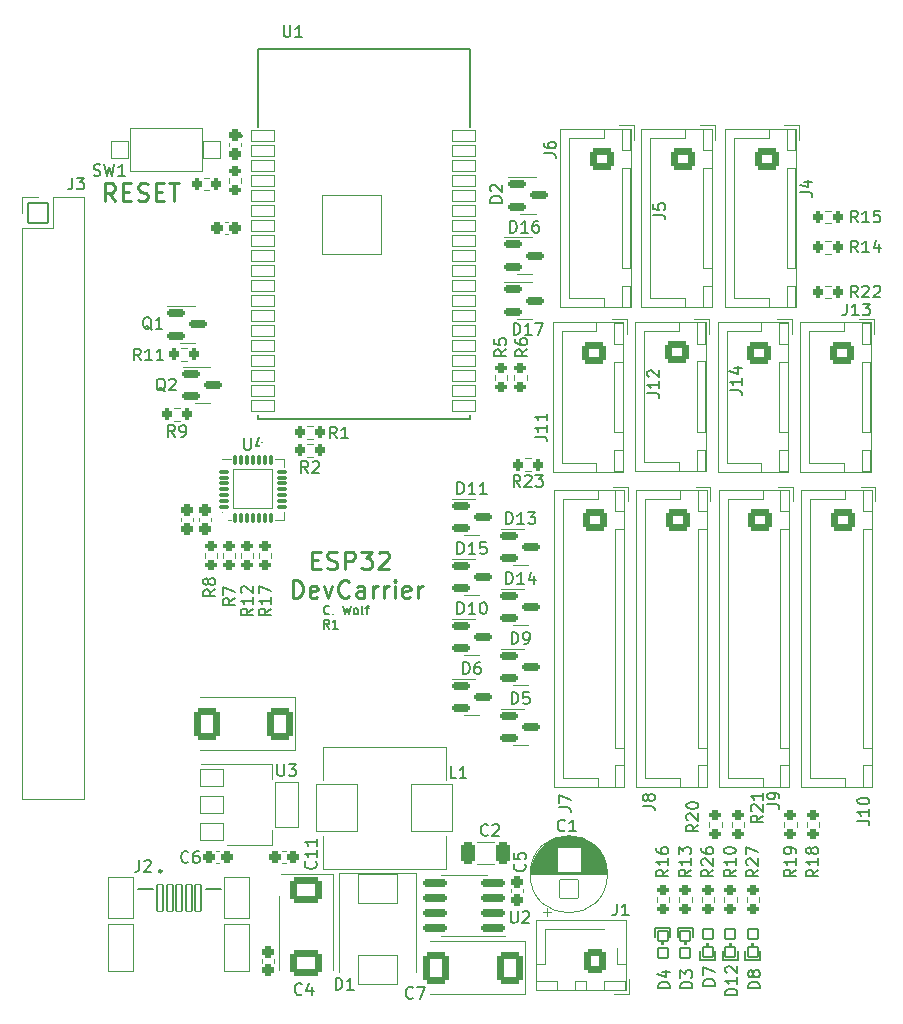
<source format=gbr>
%TF.GenerationSoftware,KiCad,Pcbnew,(6.0.1)*%
%TF.CreationDate,2023-01-03T02:24:04-08:00*%
%TF.ProjectId,ESP32 Dev Carrier - R1,45535033-3220-4446-9576-204361727269,rev?*%
%TF.SameCoordinates,Original*%
%TF.FileFunction,Legend,Top*%
%TF.FilePolarity,Positive*%
%FSLAX46Y46*%
G04 Gerber Fmt 4.6, Leading zero omitted, Abs format (unit mm)*
G04 Created by KiCad (PCBNEW (6.0.1)) date 2023-01-03 02:24:04*
%MOMM*%
%LPD*%
G01*
G04 APERTURE LIST*
G04 Aperture macros list*
%AMRoundRect*
0 Rectangle with rounded corners*
0 $1 Rounding radius*
0 $2 $3 $4 $5 $6 $7 $8 $9 X,Y pos of 4 corners*
0 Add a 4 corners polygon primitive as box body*
4,1,4,$2,$3,$4,$5,$6,$7,$8,$9,$2,$3,0*
0 Add four circle primitives for the rounded corners*
1,1,$1+$1,$2,$3*
1,1,$1+$1,$4,$5*
1,1,$1+$1,$6,$7*
1,1,$1+$1,$8,$9*
0 Add four rect primitives between the rounded corners*
20,1,$1+$1,$2,$3,$4,$5,0*
20,1,$1+$1,$4,$5,$6,$7,0*
20,1,$1+$1,$6,$7,$8,$9,0*
20,1,$1+$1,$8,$9,$2,$3,0*%
G04 Aperture macros list end*
%ADD10C,0.150000*%
%ADD11C,0.250000*%
%ADD12C,0.120000*%
%ADD13C,0.127000*%
%ADD14C,0.200000*%
%ADD15RoundRect,0.050000X-1.650000X-1.250000X1.650000X-1.250000X1.650000X1.250000X-1.650000X1.250000X0*%
%ADD16RoundRect,0.300000X-0.725000X0.600000X-0.725000X-0.600000X0.725000X-0.600000X0.725000X0.600000X0*%
%ADD17O,2.050000X1.800000*%
%ADD18RoundRect,0.250000X0.200000X0.275000X-0.200000X0.275000X-0.200000X-0.275000X0.200000X-0.275000X0*%
%ADD19RoundRect,0.250000X-0.200000X-0.275000X0.200000X-0.275000X0.200000X0.275000X-0.200000X0.275000X0*%
%ADD20RoundRect,0.250000X-0.275000X0.200000X-0.275000X-0.200000X0.275000X-0.200000X0.275000X0.200000X0*%
%ADD21RoundRect,0.250000X0.275000X-0.200000X0.275000X0.200000X-0.275000X0.200000X-0.275000X-0.200000X0*%
%ADD22RoundRect,0.200000X0.825000X0.150000X-0.825000X0.150000X-0.825000X-0.150000X0.825000X-0.150000X0*%
%ADD23RoundRect,0.300000X0.787500X1.025000X-0.787500X1.025000X-0.787500X-1.025000X0.787500X-1.025000X0*%
%ADD24RoundRect,0.275000X0.225000X0.250000X-0.225000X0.250000X-0.225000X-0.250000X0.225000X-0.250000X0*%
%ADD25RoundRect,0.050000X-1.000000X-0.750000X1.000000X-0.750000X1.000000X0.750000X-1.000000X0.750000X0*%
%ADD26RoundRect,0.050000X-1.000000X-1.900000X1.000000X-1.900000X1.000000X1.900000X-1.000000X1.900000X0*%
%ADD27RoundRect,0.275000X-0.225000X-0.250000X0.225000X-0.250000X0.225000X0.250000X-0.225000X0.250000X0*%
%ADD28RoundRect,0.275000X-0.250000X0.225000X-0.250000X-0.225000X0.250000X-0.225000X0.250000X0.225000X0*%
%ADD29RoundRect,0.101600X0.400000X0.400000X-0.400000X0.400000X-0.400000X-0.400000X0.400000X-0.400000X0*%
%ADD30RoundRect,0.050000X0.800000X-0.800000X0.800000X0.800000X-0.800000X0.800000X-0.800000X-0.800000X0*%
%ADD31C,1.700000*%
%ADD32C,0.900000*%
%ADD33C,5.100000*%
%ADD34RoundRect,0.275000X0.250000X-0.225000X0.250000X0.225000X-0.250000X0.225000X-0.250000X-0.225000X0*%
%ADD35RoundRect,0.300000X-1.025000X0.787500X-1.025000X-0.787500X1.025000X-0.787500X1.025000X0.787500X0*%
%ADD36RoundRect,0.300000X0.325000X0.650000X-0.325000X0.650000X-0.325000X-0.650000X0.325000X-0.650000X0*%
%ADD37RoundRect,0.200000X-0.587500X-0.150000X0.587500X-0.150000X0.587500X0.150000X-0.587500X0.150000X0*%
%ADD38C,1.300000*%
%ADD39RoundRect,0.300000X0.600000X0.750000X-0.600000X0.750000X-0.600000X-0.750000X0.600000X-0.750000X0*%
%ADD40O,1.800000X2.100000*%
%ADD41RoundRect,0.050000X1.750000X2.000000X-1.750000X2.000000X-1.750000X-2.000000X1.750000X-2.000000X0*%
%ADD42RoundRect,0.050000X-0.850000X-0.850000X0.850000X-0.850000X0.850000X0.850000X-0.850000X0.850000X0*%
%ADD43O,1.800000X1.800000*%
%ADD44RoundRect,0.050000X0.250000X-1.125000X0.250000X1.125000X-0.250000X1.125000X-0.250000X-1.125000X0*%
%ADD45RoundRect,0.050000X1.024999X-2.000000X1.024999X2.000000X-1.024999X2.000000X-1.024999X-2.000000X0*%
%ADD46RoundRect,0.050000X1.024999X-1.750000X1.024999X1.750000X-1.024999X1.750000X-1.024999X-1.750000X0*%
%ADD47RoundRect,0.050000X0.750000X0.750000X-0.750000X0.750000X-0.750000X-0.750000X0.750000X-0.750000X0*%
%ADD48RoundRect,0.112500X-0.337500X-0.062500X0.337500X-0.062500X0.337500X0.062500X-0.337500X0.062500X0*%
%ADD49RoundRect,0.112500X-0.062500X-0.337500X0.062500X-0.337500X0.062500X0.337500X-0.062500X0.337500X0*%
%ADD50RoundRect,0.050000X-1.675000X-1.675000X1.675000X-1.675000X1.675000X1.675000X-1.675000X1.675000X0*%
%ADD51RoundRect,0.101600X-0.400000X-0.400000X0.400000X-0.400000X0.400000X0.400000X-0.400000X0.400000X0*%
%ADD52RoundRect,0.050000X-1.000000X-0.450000X1.000000X-0.450000X1.000000X0.450000X-1.000000X0.450000X0*%
%ADD53RoundRect,0.050000X-2.500000X-2.500000X2.500000X-2.500000X2.500000X2.500000X-2.500000X2.500000X0*%
%ADD54C,1.900000*%
%ADD55C,1.100000*%
G04 APERTURE END LIST*
D10*
X27673630Y-42136207D02*
X27637916Y-42171921D01*
X27530773Y-42207635D01*
X27459345Y-42207635D01*
X27352202Y-42171921D01*
X27280773Y-42100492D01*
X27245059Y-42029064D01*
X27209345Y-41886207D01*
X27209345Y-41779064D01*
X27245059Y-41636207D01*
X27280773Y-41564778D01*
X27352202Y-41493350D01*
X27459345Y-41457635D01*
X27530773Y-41457635D01*
X27637916Y-41493350D01*
X27673630Y-41529064D01*
X27995059Y-42136207D02*
X28030773Y-42171921D01*
X27995059Y-42207635D01*
X27959345Y-42171921D01*
X27995059Y-42136207D01*
X27995059Y-42207635D01*
X28852202Y-41457635D02*
X29030773Y-42207635D01*
X29173630Y-41671921D01*
X29316488Y-42207635D01*
X29495059Y-41457635D01*
X29887916Y-42207635D02*
X29816488Y-42171921D01*
X29780773Y-42136207D01*
X29745059Y-42064778D01*
X29745059Y-41850492D01*
X29780773Y-41779064D01*
X29816488Y-41743350D01*
X29887916Y-41707635D01*
X29995059Y-41707635D01*
X30066488Y-41743350D01*
X30102202Y-41779064D01*
X30137916Y-41850492D01*
X30137916Y-42064778D01*
X30102202Y-42136207D01*
X30066488Y-42171921D01*
X29995059Y-42207635D01*
X29887916Y-42207635D01*
X30566488Y-42207635D02*
X30495059Y-42171921D01*
X30459345Y-42100492D01*
X30459345Y-41457635D01*
X30745059Y-41707635D02*
X31030773Y-41707635D01*
X30852202Y-42207635D02*
X30852202Y-41564778D01*
X30887916Y-41493350D01*
X30959345Y-41457635D01*
X31030773Y-41457635D01*
X27673630Y-43415135D02*
X27423630Y-43057992D01*
X27245059Y-43415135D02*
X27245059Y-42665135D01*
X27530773Y-42665135D01*
X27602202Y-42700850D01*
X27637916Y-42736564D01*
X27673630Y-42807992D01*
X27673630Y-42915135D01*
X27637916Y-42986564D01*
X27602202Y-43022278D01*
X27530773Y-43057992D01*
X27245059Y-43057992D01*
X28387916Y-43415135D02*
X27959345Y-43415135D01*
X28173630Y-43415135D02*
X28173630Y-42665135D01*
X28102202Y-42772278D01*
X28030773Y-42843707D01*
X27959345Y-42879421D01*
D11*
X26231273Y-37601457D02*
X26731273Y-37601457D01*
X26945559Y-38387171D02*
X26231273Y-38387171D01*
X26231273Y-36887171D01*
X26945559Y-36887171D01*
X27516988Y-38315742D02*
X27731273Y-38387171D01*
X28088416Y-38387171D01*
X28231273Y-38315742D01*
X28302702Y-38244314D01*
X28374130Y-38101457D01*
X28374130Y-37958600D01*
X28302702Y-37815742D01*
X28231273Y-37744314D01*
X28088416Y-37672885D01*
X27802702Y-37601457D01*
X27659845Y-37530028D01*
X27588416Y-37458600D01*
X27516988Y-37315742D01*
X27516988Y-37172885D01*
X27588416Y-37030028D01*
X27659845Y-36958600D01*
X27802702Y-36887171D01*
X28159845Y-36887171D01*
X28374130Y-36958600D01*
X29016988Y-38387171D02*
X29016988Y-36887171D01*
X29588416Y-36887171D01*
X29731273Y-36958600D01*
X29802702Y-37030028D01*
X29874130Y-37172885D01*
X29874130Y-37387171D01*
X29802702Y-37530028D01*
X29731273Y-37601457D01*
X29588416Y-37672885D01*
X29016988Y-37672885D01*
X30374130Y-36887171D02*
X31302702Y-36887171D01*
X30802702Y-37458600D01*
X31016988Y-37458600D01*
X31159845Y-37530028D01*
X31231273Y-37601457D01*
X31302702Y-37744314D01*
X31302702Y-38101457D01*
X31231273Y-38244314D01*
X31159845Y-38315742D01*
X31016988Y-38387171D01*
X30588416Y-38387171D01*
X30445559Y-38315742D01*
X30374130Y-38244314D01*
X31874130Y-37030028D02*
X31945559Y-36958600D01*
X32088416Y-36887171D01*
X32445559Y-36887171D01*
X32588416Y-36958600D01*
X32659845Y-37030028D01*
X32731273Y-37172885D01*
X32731273Y-37315742D01*
X32659845Y-37530028D01*
X31802702Y-38387171D01*
X32731273Y-38387171D01*
X24588416Y-40802171D02*
X24588416Y-39302171D01*
X24945559Y-39302171D01*
X25159845Y-39373600D01*
X25302702Y-39516457D01*
X25374130Y-39659314D01*
X25445559Y-39945028D01*
X25445559Y-40159314D01*
X25374130Y-40445028D01*
X25302702Y-40587885D01*
X25159845Y-40730742D01*
X24945559Y-40802171D01*
X24588416Y-40802171D01*
X26659845Y-40730742D02*
X26516988Y-40802171D01*
X26231273Y-40802171D01*
X26088416Y-40730742D01*
X26016988Y-40587885D01*
X26016988Y-40016457D01*
X26088416Y-39873600D01*
X26231273Y-39802171D01*
X26516988Y-39802171D01*
X26659845Y-39873600D01*
X26731273Y-40016457D01*
X26731273Y-40159314D01*
X26016988Y-40302171D01*
X27231273Y-39802171D02*
X27588416Y-40802171D01*
X27945559Y-39802171D01*
X29374130Y-40659314D02*
X29302702Y-40730742D01*
X29088416Y-40802171D01*
X28945559Y-40802171D01*
X28731273Y-40730742D01*
X28588416Y-40587885D01*
X28516988Y-40445028D01*
X28445559Y-40159314D01*
X28445559Y-39945028D01*
X28516988Y-39659314D01*
X28588416Y-39516457D01*
X28731273Y-39373600D01*
X28945559Y-39302171D01*
X29088416Y-39302171D01*
X29302702Y-39373600D01*
X29374130Y-39445028D01*
X30659845Y-40802171D02*
X30659845Y-40016457D01*
X30588416Y-39873600D01*
X30445559Y-39802171D01*
X30159845Y-39802171D01*
X30016988Y-39873600D01*
X30659845Y-40730742D02*
X30516988Y-40802171D01*
X30159845Y-40802171D01*
X30016988Y-40730742D01*
X29945559Y-40587885D01*
X29945559Y-40445028D01*
X30016988Y-40302171D01*
X30159845Y-40230742D01*
X30516988Y-40230742D01*
X30659845Y-40159314D01*
X31374130Y-40802171D02*
X31374130Y-39802171D01*
X31374130Y-40087885D02*
X31445559Y-39945028D01*
X31516988Y-39873600D01*
X31659845Y-39802171D01*
X31802702Y-39802171D01*
X32302702Y-40802171D02*
X32302702Y-39802171D01*
X32302702Y-40087885D02*
X32374130Y-39945028D01*
X32445559Y-39873600D01*
X32588416Y-39802171D01*
X32731273Y-39802171D01*
X33231273Y-40802171D02*
X33231273Y-39802171D01*
X33231273Y-39302171D02*
X33159845Y-39373600D01*
X33231273Y-39445028D01*
X33302702Y-39373600D01*
X33231273Y-39302171D01*
X33231273Y-39445028D01*
X34516988Y-40730742D02*
X34374130Y-40802171D01*
X34088416Y-40802171D01*
X33945559Y-40730742D01*
X33874130Y-40587885D01*
X33874130Y-40016457D01*
X33945559Y-39873600D01*
X34088416Y-39802171D01*
X34374130Y-39802171D01*
X34516988Y-39873600D01*
X34588416Y-40016457D01*
X34588416Y-40159314D01*
X33874130Y-40302171D01*
X35231273Y-40802171D02*
X35231273Y-39802171D01*
X35231273Y-40087885D02*
X35302702Y-39945028D01*
X35374130Y-39873600D01*
X35516988Y-39802171D01*
X35659845Y-39802171D01*
X9550416Y-7209671D02*
X9050416Y-6495385D01*
X8693273Y-7209671D02*
X8693273Y-5709671D01*
X9264702Y-5709671D01*
X9407559Y-5781100D01*
X9478988Y-5852528D01*
X9550416Y-5995385D01*
X9550416Y-6209671D01*
X9478988Y-6352528D01*
X9407559Y-6423957D01*
X9264702Y-6495385D01*
X8693273Y-6495385D01*
X10193273Y-6423957D02*
X10693273Y-6423957D01*
X10907559Y-7209671D02*
X10193273Y-7209671D01*
X10193273Y-5709671D01*
X10907559Y-5709671D01*
X11478988Y-7138242D02*
X11693273Y-7209671D01*
X12050416Y-7209671D01*
X12193273Y-7138242D01*
X12264702Y-7066814D01*
X12336130Y-6923957D01*
X12336130Y-6781100D01*
X12264702Y-6638242D01*
X12193273Y-6566814D01*
X12050416Y-6495385D01*
X11764702Y-6423957D01*
X11621845Y-6352528D01*
X11550416Y-6281100D01*
X11478988Y-6138242D01*
X11478988Y-5995385D01*
X11550416Y-5852528D01*
X11621845Y-5781100D01*
X11764702Y-5709671D01*
X12121845Y-5709671D01*
X12336130Y-5781100D01*
X12978988Y-6423957D02*
X13478988Y-6423957D01*
X13693273Y-7209671D02*
X12978988Y-7209671D01*
X12978988Y-5709671D01*
X13693273Y-5709671D01*
X14121845Y-5709671D02*
X14978988Y-5709671D01*
X14550416Y-7209671D02*
X14550416Y-5709671D01*
D10*
%TO.C,D1*%
X28217904Y-73985380D02*
X28217904Y-72985380D01*
X28456000Y-72985380D01*
X28598857Y-73033000D01*
X28694095Y-73128238D01*
X28741714Y-73223476D01*
X28789333Y-73413952D01*
X28789333Y-73556809D01*
X28741714Y-73747285D01*
X28694095Y-73842523D01*
X28598857Y-73937761D01*
X28456000Y-73985380D01*
X28217904Y-73985380D01*
X29741714Y-73985380D02*
X29170285Y-73985380D01*
X29456000Y-73985380D02*
X29456000Y-72985380D01*
X29360761Y-73128238D01*
X29265523Y-73223476D01*
X29170285Y-73271095D01*
%TO.C,J4*%
X67569368Y-6483433D02*
X68283654Y-6483433D01*
X68426511Y-6531052D01*
X68521749Y-6626290D01*
X68569368Y-6769147D01*
X68569368Y-6864385D01*
X67902702Y-5578671D02*
X68569368Y-5578671D01*
X67521749Y-5816766D02*
X68236035Y-6054861D01*
X68236035Y-5435814D01*
%TO.C,J6*%
X45852368Y-3181433D02*
X46566654Y-3181433D01*
X46709511Y-3229052D01*
X46804749Y-3324290D01*
X46852368Y-3467147D01*
X46852368Y-3562385D01*
X45852368Y-2276671D02*
X45852368Y-2467147D01*
X45899988Y-2562385D01*
X45947607Y-2610004D01*
X46090464Y-2705242D01*
X46280940Y-2752861D01*
X46661892Y-2752861D01*
X46757130Y-2705242D01*
X46804749Y-2657623D01*
X46852368Y-2562385D01*
X46852368Y-2371909D01*
X46804749Y-2276671D01*
X46757130Y-2229052D01*
X46661892Y-2181433D01*
X46423797Y-2181433D01*
X46328559Y-2229052D01*
X46280940Y-2276671D01*
X46233321Y-2371909D01*
X46233321Y-2562385D01*
X46280940Y-2657623D01*
X46328559Y-2705242D01*
X46423797Y-2752861D01*
%TO.C,J5*%
X55123368Y-8388433D02*
X55837654Y-8388433D01*
X55980511Y-8436052D01*
X56075749Y-8531290D01*
X56123368Y-8674147D01*
X56123368Y-8769385D01*
X55123368Y-7436052D02*
X55123368Y-7912242D01*
X55599559Y-7959861D01*
X55551940Y-7912242D01*
X55504321Y-7817004D01*
X55504321Y-7578909D01*
X55551940Y-7483671D01*
X55599559Y-7436052D01*
X55694797Y-7388433D01*
X55932892Y-7388433D01*
X56028130Y-7436052D01*
X56075749Y-7483671D01*
X56123368Y-7578909D01*
X56123368Y-7817004D01*
X56075749Y-7912242D01*
X56028130Y-7959861D01*
%TO.C,R23*%
X43852130Y-31400480D02*
X43518797Y-30924290D01*
X43280702Y-31400480D02*
X43280702Y-30400480D01*
X43661654Y-30400480D01*
X43756892Y-30448100D01*
X43804511Y-30495719D01*
X43852130Y-30590957D01*
X43852130Y-30733814D01*
X43804511Y-30829052D01*
X43756892Y-30876671D01*
X43661654Y-30924290D01*
X43280702Y-30924290D01*
X44233083Y-30495719D02*
X44280702Y-30448100D01*
X44375940Y-30400480D01*
X44614035Y-30400480D01*
X44709273Y-30448100D01*
X44756892Y-30495719D01*
X44804511Y-30590957D01*
X44804511Y-30686195D01*
X44756892Y-30829052D01*
X44185464Y-31400480D01*
X44804511Y-31400480D01*
X45137845Y-30400480D02*
X45756892Y-30400480D01*
X45423559Y-30781433D01*
X45566416Y-30781433D01*
X45661654Y-30829052D01*
X45709273Y-30876671D01*
X45756892Y-30971909D01*
X45756892Y-31210004D01*
X45709273Y-31305242D01*
X45661654Y-31352861D01*
X45566416Y-31400480D01*
X45280702Y-31400480D01*
X45185464Y-31352861D01*
X45137845Y-31305242D01*
%TO.C,R22*%
X72427130Y-15365480D02*
X72093797Y-14889290D01*
X71855702Y-15365480D02*
X71855702Y-14365480D01*
X72236654Y-14365480D01*
X72331892Y-14413100D01*
X72379511Y-14460719D01*
X72427130Y-14555957D01*
X72427130Y-14698814D01*
X72379511Y-14794052D01*
X72331892Y-14841671D01*
X72236654Y-14889290D01*
X71855702Y-14889290D01*
X72808083Y-14460719D02*
X72855702Y-14413100D01*
X72950940Y-14365480D01*
X73189035Y-14365480D01*
X73284273Y-14413100D01*
X73331892Y-14460719D01*
X73379511Y-14555957D01*
X73379511Y-14651195D01*
X73331892Y-14794052D01*
X72760464Y-15365480D01*
X73379511Y-15365480D01*
X73760464Y-14460719D02*
X73808083Y-14413100D01*
X73903321Y-14365480D01*
X74141416Y-14365480D01*
X74236654Y-14413100D01*
X74284273Y-14460719D01*
X74331892Y-14555957D01*
X74331892Y-14651195D01*
X74284273Y-14794052D01*
X73712845Y-15365480D01*
X74331892Y-15365480D01*
%TO.C,R21*%
X64378368Y-59243957D02*
X63902178Y-59577290D01*
X64378368Y-59815385D02*
X63378368Y-59815385D01*
X63378368Y-59434433D01*
X63425988Y-59339195D01*
X63473607Y-59291576D01*
X63568845Y-59243957D01*
X63711702Y-59243957D01*
X63806940Y-59291576D01*
X63854559Y-59339195D01*
X63902178Y-59434433D01*
X63902178Y-59815385D01*
X63473607Y-58863004D02*
X63425988Y-58815385D01*
X63378368Y-58720147D01*
X63378368Y-58482052D01*
X63425988Y-58386814D01*
X63473607Y-58339195D01*
X63568845Y-58291576D01*
X63664083Y-58291576D01*
X63806940Y-58339195D01*
X64378368Y-58910623D01*
X64378368Y-58291576D01*
X64378368Y-57339195D02*
X64378368Y-57910623D01*
X64378368Y-57624909D02*
X63378368Y-57624909D01*
X63521226Y-57720147D01*
X63616464Y-57815385D01*
X63664083Y-57910623D01*
%TO.C,R5*%
X42661368Y-19778766D02*
X42185178Y-20112100D01*
X42661368Y-20350195D02*
X41661368Y-20350195D01*
X41661368Y-19969242D01*
X41708988Y-19874004D01*
X41756607Y-19826385D01*
X41851845Y-19778766D01*
X41994702Y-19778766D01*
X42089940Y-19826385D01*
X42137559Y-19874004D01*
X42185178Y-19969242D01*
X42185178Y-20350195D01*
X41661368Y-18874004D02*
X41661368Y-19350195D01*
X42137559Y-19397814D01*
X42089940Y-19350195D01*
X42042321Y-19254957D01*
X42042321Y-19016861D01*
X42089940Y-18921623D01*
X42137559Y-18874004D01*
X42232797Y-18826385D01*
X42470892Y-18826385D01*
X42566130Y-18874004D01*
X42613749Y-18921623D01*
X42661368Y-19016861D01*
X42661368Y-19254957D01*
X42613749Y-19350195D01*
X42566130Y-19397814D01*
%TO.C,U2*%
X43062748Y-67324480D02*
X43062748Y-68134004D01*
X43110367Y-68229242D01*
X43157986Y-68276861D01*
X43253224Y-68324480D01*
X43443700Y-68324480D01*
X43538938Y-68276861D01*
X43586557Y-68229242D01*
X43634176Y-68134004D01*
X43634176Y-67324480D01*
X44062748Y-67419719D02*
X44110367Y-67372100D01*
X44205605Y-67324480D01*
X44443700Y-67324480D01*
X44538938Y-67372100D01*
X44586557Y-67419719D01*
X44634176Y-67514957D01*
X44634176Y-67610195D01*
X44586557Y-67753052D01*
X44015129Y-68324480D01*
X44634176Y-68324480D01*
%TO.C,U3*%
X23286083Y-54878480D02*
X23286083Y-55688004D01*
X23333702Y-55783242D01*
X23381321Y-55830861D01*
X23476559Y-55878480D01*
X23667035Y-55878480D01*
X23762273Y-55830861D01*
X23809892Y-55783242D01*
X23857511Y-55688004D01*
X23857511Y-54878480D01*
X24238464Y-54878480D02*
X24857511Y-54878480D01*
X24524178Y-55259433D01*
X24667035Y-55259433D01*
X24762273Y-55307052D01*
X24809892Y-55354671D01*
X24857511Y-55449909D01*
X24857511Y-55688004D01*
X24809892Y-55783242D01*
X24762273Y-55830861D01*
X24667035Y-55878480D01*
X24381321Y-55878480D01*
X24286083Y-55830861D01*
X24238464Y-55783242D01*
%TO.C,R27*%
X63997368Y-63815957D02*
X63521178Y-64149290D01*
X63997368Y-64387385D02*
X62997368Y-64387385D01*
X62997368Y-64006433D01*
X63044988Y-63911195D01*
X63092607Y-63863576D01*
X63187845Y-63815957D01*
X63330702Y-63815957D01*
X63425940Y-63863576D01*
X63473559Y-63911195D01*
X63521178Y-64006433D01*
X63521178Y-64387385D01*
X63092607Y-63435004D02*
X63044988Y-63387385D01*
X62997368Y-63292147D01*
X62997368Y-63054052D01*
X63044988Y-62958814D01*
X63092607Y-62911195D01*
X63187845Y-62863576D01*
X63283083Y-62863576D01*
X63425940Y-62911195D01*
X63997368Y-63482623D01*
X63997368Y-62863576D01*
X62997368Y-62530242D02*
X62997368Y-61863576D01*
X63997368Y-62292147D01*
%TO.C,R26*%
X60187368Y-63815957D02*
X59711178Y-64149290D01*
X60187368Y-64387385D02*
X59187368Y-64387385D01*
X59187368Y-64006433D01*
X59234988Y-63911195D01*
X59282607Y-63863576D01*
X59377845Y-63815957D01*
X59520702Y-63815957D01*
X59615940Y-63863576D01*
X59663559Y-63911195D01*
X59711178Y-64006433D01*
X59711178Y-64387385D01*
X59282607Y-63435004D02*
X59234988Y-63387385D01*
X59187368Y-63292147D01*
X59187368Y-63054052D01*
X59234988Y-62958814D01*
X59282607Y-62911195D01*
X59377845Y-62863576D01*
X59473083Y-62863576D01*
X59615940Y-62911195D01*
X60187368Y-63482623D01*
X60187368Y-62863576D01*
X59187368Y-62006433D02*
X59187368Y-62196909D01*
X59234988Y-62292147D01*
X59282607Y-62339766D01*
X59425464Y-62435004D01*
X59615940Y-62482623D01*
X59996892Y-62482623D01*
X60092130Y-62435004D01*
X60139749Y-62387385D01*
X60187368Y-62292147D01*
X60187368Y-62101671D01*
X60139749Y-62006433D01*
X60092130Y-61958814D01*
X59996892Y-61911195D01*
X59758797Y-61911195D01*
X59663559Y-61958814D01*
X59615940Y-62006433D01*
X59568321Y-62101671D01*
X59568321Y-62292147D01*
X59615940Y-62387385D01*
X59663559Y-62435004D01*
X59758797Y-62482623D01*
%TO.C,C6*%
X15753321Y-63149242D02*
X15705702Y-63196861D01*
X15562845Y-63244480D01*
X15467607Y-63244480D01*
X15324749Y-63196861D01*
X15229511Y-63101623D01*
X15181892Y-63006385D01*
X15134273Y-62815909D01*
X15134273Y-62673052D01*
X15181892Y-62482576D01*
X15229511Y-62387338D01*
X15324749Y-62292100D01*
X15467607Y-62244480D01*
X15562845Y-62244480D01*
X15705702Y-62292100D01*
X15753321Y-62339719D01*
X16610464Y-62244480D02*
X16419988Y-62244480D01*
X16324749Y-62292100D01*
X16277130Y-62339719D01*
X16181892Y-62482576D01*
X16134273Y-62673052D01*
X16134273Y-63054004D01*
X16181892Y-63149242D01*
X16229511Y-63196861D01*
X16324749Y-63244480D01*
X16515226Y-63244480D01*
X16610464Y-63196861D01*
X16658083Y-63149242D01*
X16705702Y-63054004D01*
X16705702Y-62815909D01*
X16658083Y-62720671D01*
X16610464Y-62673052D01*
X16515226Y-62625433D01*
X16324749Y-62625433D01*
X16229511Y-62673052D01*
X16181892Y-62720671D01*
X16134273Y-62815909D01*
%TO.C,C5*%
X44217130Y-63339766D02*
X44264749Y-63387385D01*
X44312368Y-63530242D01*
X44312368Y-63625480D01*
X44264749Y-63768338D01*
X44169511Y-63863576D01*
X44074273Y-63911195D01*
X43883797Y-63958814D01*
X43740940Y-63958814D01*
X43550464Y-63911195D01*
X43455226Y-63863576D01*
X43359988Y-63768338D01*
X43312368Y-63625480D01*
X43312368Y-63530242D01*
X43359988Y-63387385D01*
X43407607Y-63339766D01*
X43312368Y-62435004D02*
X43312368Y-62911195D01*
X43788559Y-62958814D01*
X43740940Y-62911195D01*
X43693321Y-62815957D01*
X43693321Y-62577861D01*
X43740940Y-62482623D01*
X43788559Y-62435004D01*
X43883797Y-62387385D01*
X44121892Y-62387385D01*
X44217130Y-62435004D01*
X44264749Y-62482623D01*
X44312368Y-62577861D01*
X44312368Y-62815957D01*
X44264749Y-62911195D01*
X44217130Y-62958814D01*
%TO.C,D7*%
X60322368Y-73632504D02*
X59322368Y-73632504D01*
X59322368Y-73394409D01*
X59369988Y-73251552D01*
X59465226Y-73156314D01*
X59560464Y-73108695D01*
X59750940Y-73061076D01*
X59893797Y-73061076D01*
X60084273Y-73108695D01*
X60179511Y-73156314D01*
X60274749Y-73251552D01*
X60322368Y-73394409D01*
X60322368Y-73632504D01*
X59322368Y-72727742D02*
X59322368Y-72061076D01*
X60322368Y-72489647D01*
%TO.C,C1*%
X47630321Y-60482242D02*
X47582702Y-60529861D01*
X47439845Y-60577480D01*
X47344607Y-60577480D01*
X47201749Y-60529861D01*
X47106511Y-60434623D01*
X47058892Y-60339385D01*
X47011273Y-60148909D01*
X47011273Y-60006052D01*
X47058892Y-59815576D01*
X47106511Y-59720338D01*
X47201749Y-59625100D01*
X47344607Y-59577480D01*
X47439845Y-59577480D01*
X47582702Y-59625100D01*
X47630321Y-59672719D01*
X48582702Y-60577480D02*
X48011273Y-60577480D01*
X48296988Y-60577480D02*
X48296988Y-59577480D01*
X48201749Y-59720338D01*
X48106511Y-59815576D01*
X48011273Y-59863195D01*
%TO.C,C7*%
X34758333Y-74652142D02*
X34710714Y-74699761D01*
X34567857Y-74747380D01*
X34472619Y-74747380D01*
X34329761Y-74699761D01*
X34234523Y-74604523D01*
X34186904Y-74509285D01*
X34139285Y-74318809D01*
X34139285Y-74175952D01*
X34186904Y-73985476D01*
X34234523Y-73890238D01*
X34329761Y-73795000D01*
X34472619Y-73747380D01*
X34567857Y-73747380D01*
X34710714Y-73795000D01*
X34758333Y-73842619D01*
X35091666Y-73747380D02*
X35758333Y-73747380D01*
X35329761Y-74747380D01*
%TO.C,C4*%
X25361321Y-74345242D02*
X25313702Y-74392861D01*
X25170845Y-74440480D01*
X25075607Y-74440480D01*
X24932749Y-74392861D01*
X24837511Y-74297623D01*
X24789892Y-74202385D01*
X24742273Y-74011909D01*
X24742273Y-73869052D01*
X24789892Y-73678576D01*
X24837511Y-73583338D01*
X24932749Y-73488100D01*
X25075607Y-73440480D01*
X25170845Y-73440480D01*
X25313702Y-73488100D01*
X25361321Y-73535719D01*
X26218464Y-73773814D02*
X26218464Y-74440480D01*
X25980368Y-73392861D02*
X25742273Y-74107147D01*
X26361321Y-74107147D01*
%TO.C,R6*%
X44439368Y-19778766D02*
X43963178Y-20112100D01*
X44439368Y-20350195D02*
X43439368Y-20350195D01*
X43439368Y-19969242D01*
X43486988Y-19874004D01*
X43534607Y-19826385D01*
X43629845Y-19778766D01*
X43772702Y-19778766D01*
X43867940Y-19826385D01*
X43915559Y-19874004D01*
X43963178Y-19969242D01*
X43963178Y-20350195D01*
X43439368Y-18921623D02*
X43439368Y-19112100D01*
X43486988Y-19207338D01*
X43534607Y-19254957D01*
X43677464Y-19350195D01*
X43867940Y-19397814D01*
X44248892Y-19397814D01*
X44344130Y-19350195D01*
X44391749Y-19302576D01*
X44439368Y-19207338D01*
X44439368Y-19016861D01*
X44391749Y-18921623D01*
X44344130Y-18874004D01*
X44248892Y-18826385D01*
X44010797Y-18826385D01*
X43915559Y-18874004D01*
X43867940Y-18921623D01*
X43820321Y-19016861D01*
X43820321Y-19207338D01*
X43867940Y-19302576D01*
X43915559Y-19350195D01*
X44010797Y-19397814D01*
%TO.C,C11*%
X26519142Y-63126857D02*
X26566761Y-63174476D01*
X26614380Y-63317333D01*
X26614380Y-63412571D01*
X26566761Y-63555428D01*
X26471523Y-63650666D01*
X26376285Y-63698285D01*
X26185809Y-63745904D01*
X26042952Y-63745904D01*
X25852476Y-63698285D01*
X25757238Y-63650666D01*
X25662000Y-63555428D01*
X25614380Y-63412571D01*
X25614380Y-63317333D01*
X25662000Y-63174476D01*
X25709619Y-63126857D01*
X26614380Y-62174476D02*
X26614380Y-62745904D01*
X26614380Y-62460190D02*
X25614380Y-62460190D01*
X25757238Y-62555428D01*
X25852476Y-62650666D01*
X25900095Y-62745904D01*
X26614380Y-61222095D02*
X26614380Y-61793523D01*
X26614380Y-61507809D02*
X25614380Y-61507809D01*
X25757238Y-61603047D01*
X25852476Y-61698285D01*
X25900095Y-61793523D01*
%TO.C,C2*%
X41117986Y-60863242D02*
X41070367Y-60910861D01*
X40927510Y-60958480D01*
X40832272Y-60958480D01*
X40689414Y-60910861D01*
X40594176Y-60815623D01*
X40546557Y-60720385D01*
X40498938Y-60529909D01*
X40498938Y-60387052D01*
X40546557Y-60196576D01*
X40594176Y-60101338D01*
X40689414Y-60006100D01*
X40832272Y-59958480D01*
X40927510Y-59958480D01*
X41070367Y-60006100D01*
X41117986Y-60053719D01*
X41498938Y-60053719D02*
X41546557Y-60006100D01*
X41641795Y-59958480D01*
X41879891Y-59958480D01*
X41975129Y-60006100D01*
X42022748Y-60053719D01*
X42070367Y-60148957D01*
X42070367Y-60244195D01*
X42022748Y-60387052D01*
X41451319Y-60958480D01*
X42070367Y-60958480D01*
%TO.C,D8*%
X64132368Y-73874885D02*
X63132368Y-73874885D01*
X63132368Y-73636790D01*
X63179988Y-73493933D01*
X63275226Y-73398695D01*
X63370464Y-73351076D01*
X63560940Y-73303457D01*
X63703797Y-73303457D01*
X63894273Y-73351076D01*
X63989511Y-73398695D01*
X64084749Y-73493933D01*
X64132368Y-73636790D01*
X64132368Y-73874885D01*
X63560940Y-72732028D02*
X63513321Y-72827266D01*
X63465702Y-72874885D01*
X63370464Y-72922504D01*
X63322845Y-72922504D01*
X63227607Y-72874885D01*
X63179988Y-72827266D01*
X63132368Y-72732028D01*
X63132368Y-72541552D01*
X63179988Y-72446314D01*
X63227607Y-72398695D01*
X63322845Y-72351076D01*
X63370464Y-72351076D01*
X63465702Y-72398695D01*
X63513321Y-72446314D01*
X63560940Y-72541552D01*
X63560940Y-72732028D01*
X63608559Y-72827266D01*
X63656178Y-72874885D01*
X63751416Y-72922504D01*
X63941892Y-72922504D01*
X64037130Y-72874885D01*
X64084749Y-72827266D01*
X64132368Y-72732028D01*
X64132368Y-72541552D01*
X64084749Y-72446314D01*
X64037130Y-72398695D01*
X63941892Y-72351076D01*
X63751416Y-72351076D01*
X63656178Y-72398695D01*
X63608559Y-72446314D01*
X63560940Y-72541552D01*
%TO.C,R15*%
X72427130Y-9015480D02*
X72093797Y-8539290D01*
X71855702Y-9015480D02*
X71855702Y-8015480D01*
X72236654Y-8015480D01*
X72331892Y-8063100D01*
X72379511Y-8110719D01*
X72427130Y-8205957D01*
X72427130Y-8348814D01*
X72379511Y-8444052D01*
X72331892Y-8491671D01*
X72236654Y-8539290D01*
X71855702Y-8539290D01*
X73379511Y-9015480D02*
X72808083Y-9015480D01*
X73093797Y-9015480D02*
X73093797Y-8015480D01*
X72998559Y-8158338D01*
X72903321Y-8253576D01*
X72808083Y-8301195D01*
X74284273Y-8015480D02*
X73808083Y-8015480D01*
X73760464Y-8491671D01*
X73808083Y-8444052D01*
X73903321Y-8396433D01*
X74141416Y-8396433D01*
X74236654Y-8444052D01*
X74284273Y-8491671D01*
X74331892Y-8586909D01*
X74331892Y-8825004D01*
X74284273Y-8920242D01*
X74236654Y-8967861D01*
X74141416Y-9015480D01*
X73903321Y-9015480D01*
X73808083Y-8967861D01*
X73760464Y-8920242D01*
%TO.C,D15*%
X38533202Y-37095480D02*
X38533202Y-36095480D01*
X38771297Y-36095480D01*
X38914154Y-36143100D01*
X39009392Y-36238338D01*
X39057011Y-36333576D01*
X39104630Y-36524052D01*
X39104630Y-36666909D01*
X39057011Y-36857385D01*
X39009392Y-36952623D01*
X38914154Y-37047861D01*
X38771297Y-37095480D01*
X38533202Y-37095480D01*
X40057011Y-37095480D02*
X39485583Y-37095480D01*
X39771297Y-37095480D02*
X39771297Y-36095480D01*
X39676059Y-36238338D01*
X39580821Y-36333576D01*
X39485583Y-36381195D01*
X40961773Y-36095480D02*
X40485583Y-36095480D01*
X40437964Y-36571671D01*
X40485583Y-36524052D01*
X40580821Y-36476433D01*
X40818916Y-36476433D01*
X40914154Y-36524052D01*
X40961773Y-36571671D01*
X41009392Y-36666909D01*
X41009392Y-36905004D01*
X40961773Y-37000242D01*
X40914154Y-37047861D01*
X40818916Y-37095480D01*
X40580821Y-37095480D01*
X40485583Y-37047861D01*
X40437964Y-37000242D01*
%TO.C,J13*%
X71498464Y-15889480D02*
X71498464Y-16603766D01*
X71450845Y-16746623D01*
X71355607Y-16841861D01*
X71212749Y-16889480D01*
X71117511Y-16889480D01*
X72498464Y-16889480D02*
X71927035Y-16889480D01*
X72212749Y-16889480D02*
X72212749Y-15889480D01*
X72117511Y-16032338D01*
X72022273Y-16127576D01*
X71927035Y-16175195D01*
X72831797Y-15889480D02*
X73450845Y-15889480D01*
X73117511Y-16270433D01*
X73260368Y-16270433D01*
X73355607Y-16318052D01*
X73403226Y-16365671D01*
X73450845Y-16460909D01*
X73450845Y-16699004D01*
X73403226Y-16794242D01*
X73355607Y-16841861D01*
X73260368Y-16889480D01*
X72974654Y-16889480D01*
X72879416Y-16841861D01*
X72831797Y-16794242D01*
%TO.C,R7*%
X19674368Y-40860766D02*
X19198178Y-41194100D01*
X19674368Y-41432195D02*
X18674368Y-41432195D01*
X18674368Y-41051242D01*
X18721988Y-40956004D01*
X18769607Y-40908385D01*
X18864845Y-40860766D01*
X19007702Y-40860766D01*
X19102940Y-40908385D01*
X19150559Y-40956004D01*
X19198178Y-41051242D01*
X19198178Y-41432195D01*
X18674368Y-40527433D02*
X18674368Y-39860766D01*
X19674368Y-40289338D01*
%TO.C,J8*%
X54234368Y-58426433D02*
X54948654Y-58426433D01*
X55091511Y-58474052D01*
X55186749Y-58569290D01*
X55234368Y-58712147D01*
X55234368Y-58807385D01*
X54662940Y-57807385D02*
X54615321Y-57902623D01*
X54567702Y-57950242D01*
X54472464Y-57997861D01*
X54424845Y-57997861D01*
X54329607Y-57950242D01*
X54281988Y-57902623D01*
X54234368Y-57807385D01*
X54234368Y-57616909D01*
X54281988Y-57521671D01*
X54329607Y-57474052D01*
X54424845Y-57426433D01*
X54472464Y-57426433D01*
X54567702Y-57474052D01*
X54615321Y-57521671D01*
X54662940Y-57616909D01*
X54662940Y-57807385D01*
X54710559Y-57902623D01*
X54758178Y-57950242D01*
X54853416Y-57997861D01*
X55043892Y-57997861D01*
X55139130Y-57950242D01*
X55186749Y-57902623D01*
X55234368Y-57807385D01*
X55234368Y-57616909D01*
X55186749Y-57521671D01*
X55139130Y-57474052D01*
X55043892Y-57426433D01*
X54853416Y-57426433D01*
X54758178Y-57474052D01*
X54710559Y-57521671D01*
X54662940Y-57616909D01*
%TO.C,J1*%
X52035654Y-66689480D02*
X52035654Y-67403766D01*
X51988035Y-67546623D01*
X51892797Y-67641861D01*
X51749940Y-67689480D01*
X51654702Y-67689480D01*
X53035654Y-67689480D02*
X52464226Y-67689480D01*
X52749940Y-67689480D02*
X52749940Y-66689480D01*
X52654702Y-66832338D01*
X52559464Y-66927576D01*
X52464226Y-66975195D01*
%TO.C,L1*%
X38440986Y-56058480D02*
X37964795Y-56058480D01*
X37964795Y-55058480D01*
X39298129Y-56058480D02*
X38726700Y-56058480D01*
X39012414Y-56058480D02*
X39012414Y-55058480D01*
X38917176Y-55201338D01*
X38821938Y-55296576D01*
X38726700Y-55344195D01*
%TO.C,D6*%
X39009392Y-47255480D02*
X39009392Y-46255480D01*
X39247488Y-46255480D01*
X39390345Y-46303100D01*
X39485583Y-46398338D01*
X39533202Y-46493576D01*
X39580821Y-46684052D01*
X39580821Y-46826909D01*
X39533202Y-47017385D01*
X39485583Y-47112623D01*
X39390345Y-47207861D01*
X39247488Y-47255480D01*
X39009392Y-47255480D01*
X40437964Y-46255480D02*
X40247488Y-46255480D01*
X40152249Y-46303100D01*
X40104630Y-46350719D01*
X40009392Y-46493576D01*
X39961773Y-46684052D01*
X39961773Y-47065004D01*
X40009392Y-47160242D01*
X40057011Y-47207861D01*
X40152249Y-47255480D01*
X40342726Y-47255480D01*
X40437964Y-47207861D01*
X40485583Y-47160242D01*
X40533202Y-47065004D01*
X40533202Y-46826909D01*
X40485583Y-46731671D01*
X40437964Y-46684052D01*
X40342726Y-46636433D01*
X40152249Y-46636433D01*
X40057011Y-46684052D01*
X40009392Y-46731671D01*
X39961773Y-46826909D01*
%TO.C,J9*%
X64775368Y-58299433D02*
X65489654Y-58299433D01*
X65632511Y-58347052D01*
X65727749Y-58442290D01*
X65775368Y-58585147D01*
X65775368Y-58680385D01*
X65775368Y-57775623D02*
X65775368Y-57585147D01*
X65727749Y-57489909D01*
X65680130Y-57442290D01*
X65537273Y-57347052D01*
X65346797Y-57299433D01*
X64965845Y-57299433D01*
X64870607Y-57347052D01*
X64822988Y-57394671D01*
X64775368Y-57489909D01*
X64775368Y-57680385D01*
X64822988Y-57775623D01*
X64870607Y-57823242D01*
X64965845Y-57870861D01*
X65203940Y-57870861D01*
X65299178Y-57823242D01*
X65346797Y-57775623D01*
X65394416Y-57680385D01*
X65394416Y-57489909D01*
X65346797Y-57394671D01*
X65299178Y-57347052D01*
X65203940Y-57299433D01*
%TO.C,J3*%
X5934654Y-5221480D02*
X5934654Y-5935766D01*
X5887035Y-6078623D01*
X5791797Y-6173861D01*
X5648940Y-6221480D01*
X5553702Y-6221480D01*
X6315607Y-5221480D02*
X6934654Y-5221480D01*
X6601321Y-5602433D01*
X6744178Y-5602433D01*
X6839416Y-5650052D01*
X6887035Y-5697671D01*
X6934654Y-5792909D01*
X6934654Y-6031004D01*
X6887035Y-6126242D01*
X6839416Y-6173861D01*
X6744178Y-6221480D01*
X6458464Y-6221480D01*
X6363226Y-6173861D01*
X6315607Y-6126242D01*
%TO.C,R12*%
X21198368Y-41717957D02*
X20722178Y-42051290D01*
X21198368Y-42289385D02*
X20198368Y-42289385D01*
X20198368Y-41908433D01*
X20245988Y-41813195D01*
X20293607Y-41765576D01*
X20388845Y-41717957D01*
X20531702Y-41717957D01*
X20626940Y-41765576D01*
X20674559Y-41813195D01*
X20722178Y-41908433D01*
X20722178Y-42289385D01*
X21198368Y-40765576D02*
X21198368Y-41337004D01*
X21198368Y-41051290D02*
X20198368Y-41051290D01*
X20341226Y-41146528D01*
X20436464Y-41241766D01*
X20484083Y-41337004D01*
X20293607Y-40384623D02*
X20245988Y-40337004D01*
X20198368Y-40241766D01*
X20198368Y-40003671D01*
X20245988Y-39908433D01*
X20293607Y-39860814D01*
X20388845Y-39813195D01*
X20484083Y-39813195D01*
X20626940Y-39860814D01*
X21198368Y-40432242D01*
X21198368Y-39813195D01*
%TO.C,Q2*%
X13792749Y-23334719D02*
X13697511Y-23287100D01*
X13602273Y-23191861D01*
X13459416Y-23049004D01*
X13364178Y-23001385D01*
X13268940Y-23001385D01*
X13316559Y-23239480D02*
X13221321Y-23191861D01*
X13126083Y-23096623D01*
X13078464Y-22906147D01*
X13078464Y-22572814D01*
X13126083Y-22382338D01*
X13221321Y-22287100D01*
X13316559Y-22239480D01*
X13507035Y-22239480D01*
X13602273Y-22287100D01*
X13697511Y-22382338D01*
X13745130Y-22572814D01*
X13745130Y-22906147D01*
X13697511Y-23096623D01*
X13602273Y-23191861D01*
X13507035Y-23239480D01*
X13316559Y-23239480D01*
X14126083Y-22334719D02*
X14173702Y-22287100D01*
X14268940Y-22239480D01*
X14507035Y-22239480D01*
X14602273Y-22287100D01*
X14649892Y-22334719D01*
X14697511Y-22429957D01*
X14697511Y-22525195D01*
X14649892Y-22668052D01*
X14078464Y-23239480D01*
X14697511Y-23239480D01*
%TO.C,R11*%
X11721130Y-20699480D02*
X11387797Y-20223290D01*
X11149702Y-20699480D02*
X11149702Y-19699480D01*
X11530654Y-19699480D01*
X11625892Y-19747100D01*
X11673511Y-19794719D01*
X11721130Y-19889957D01*
X11721130Y-20032814D01*
X11673511Y-20128052D01*
X11625892Y-20175671D01*
X11530654Y-20223290D01*
X11149702Y-20223290D01*
X12673511Y-20699480D02*
X12102083Y-20699480D01*
X12387797Y-20699480D02*
X12387797Y-19699480D01*
X12292559Y-19842338D01*
X12197321Y-19937576D01*
X12102083Y-19985195D01*
X13625892Y-20699480D02*
X13054464Y-20699480D01*
X13340178Y-20699480D02*
X13340178Y-19699480D01*
X13244940Y-19842338D01*
X13149702Y-19937576D01*
X13054464Y-19985195D01*
%TO.C,J14*%
X61600368Y-23215623D02*
X62314654Y-23215623D01*
X62457511Y-23263242D01*
X62552749Y-23358480D01*
X62600368Y-23501338D01*
X62600368Y-23596576D01*
X62600368Y-22215623D02*
X62600368Y-22787052D01*
X62600368Y-22501338D02*
X61600368Y-22501338D01*
X61743226Y-22596576D01*
X61838464Y-22691814D01*
X61886083Y-22787052D01*
X61933702Y-21358480D02*
X62600368Y-21358480D01*
X61552749Y-21596576D02*
X62267035Y-21834671D01*
X62267035Y-21215623D01*
%TO.C,J2*%
X11588297Y-63006480D02*
X11588297Y-63720766D01*
X11540678Y-63863623D01*
X11445440Y-63958861D01*
X11302583Y-64006480D01*
X11207345Y-64006480D01*
X12016868Y-63101719D02*
X12064488Y-63054100D01*
X12159726Y-63006480D01*
X12397821Y-63006480D01*
X12493059Y-63054100D01*
X12540678Y-63101719D01*
X12588297Y-63196957D01*
X12588297Y-63292195D01*
X12540678Y-63435052D01*
X11969249Y-64006480D01*
X12588297Y-64006480D01*
%TO.C,D12*%
X62227368Y-74458266D02*
X61227368Y-74458266D01*
X61227368Y-74220171D01*
X61274988Y-74077314D01*
X61370226Y-73982076D01*
X61465464Y-73934457D01*
X61655940Y-73886838D01*
X61798797Y-73886838D01*
X61989273Y-73934457D01*
X62084511Y-73982076D01*
X62179749Y-74077314D01*
X62227368Y-74220171D01*
X62227368Y-74458266D01*
X62227368Y-72934457D02*
X62227368Y-73505885D01*
X62227368Y-73220171D02*
X61227368Y-73220171D01*
X61370226Y-73315409D01*
X61465464Y-73410647D01*
X61513083Y-73505885D01*
X61322607Y-72553504D02*
X61274988Y-72505885D01*
X61227368Y-72410647D01*
X61227368Y-72172552D01*
X61274988Y-72077314D01*
X61322607Y-72029695D01*
X61417845Y-71982076D01*
X61513083Y-71982076D01*
X61655940Y-72029695D01*
X62227368Y-72601123D01*
X62227368Y-71982076D01*
%TO.C,R10*%
X62092368Y-63815957D02*
X61616178Y-64149290D01*
X62092368Y-64387385D02*
X61092368Y-64387385D01*
X61092368Y-64006433D01*
X61139988Y-63911195D01*
X61187607Y-63863576D01*
X61282845Y-63815957D01*
X61425702Y-63815957D01*
X61520940Y-63863576D01*
X61568559Y-63911195D01*
X61616178Y-64006433D01*
X61616178Y-64387385D01*
X62092368Y-62863576D02*
X62092368Y-63435004D01*
X62092368Y-63149290D02*
X61092368Y-63149290D01*
X61235226Y-63244528D01*
X61330464Y-63339766D01*
X61378083Y-63435004D01*
X61092368Y-62244528D02*
X61092368Y-62149290D01*
X61139988Y-62054052D01*
X61187607Y-62006433D01*
X61282845Y-61958814D01*
X61473321Y-61911195D01*
X61711416Y-61911195D01*
X61901892Y-61958814D01*
X61997130Y-62006433D01*
X62044749Y-62054052D01*
X62092368Y-62149290D01*
X62092368Y-62244528D01*
X62044749Y-62339766D01*
X61997130Y-62387385D01*
X61901892Y-62435004D01*
X61711416Y-62482623D01*
X61473321Y-62482623D01*
X61282845Y-62435004D01*
X61187607Y-62387385D01*
X61139988Y-62339766D01*
X61092368Y-62244528D01*
%TO.C,R14*%
X72427130Y-11555480D02*
X72093797Y-11079290D01*
X71855702Y-11555480D02*
X71855702Y-10555480D01*
X72236654Y-10555480D01*
X72331892Y-10603100D01*
X72379511Y-10650719D01*
X72427130Y-10745957D01*
X72427130Y-10888814D01*
X72379511Y-10984052D01*
X72331892Y-11031671D01*
X72236654Y-11079290D01*
X71855702Y-11079290D01*
X73379511Y-11555480D02*
X72808083Y-11555480D01*
X73093797Y-11555480D02*
X73093797Y-10555480D01*
X72998559Y-10698338D01*
X72903321Y-10793576D01*
X72808083Y-10841195D01*
X74236654Y-10888814D02*
X74236654Y-11555480D01*
X73998559Y-10507861D02*
X73760464Y-11222147D01*
X74379511Y-11222147D01*
%TO.C,SW1*%
X7728654Y-5030861D02*
X7871511Y-5078480D01*
X8109607Y-5078480D01*
X8204845Y-5030861D01*
X8252464Y-4983242D01*
X8300083Y-4888004D01*
X8300083Y-4792766D01*
X8252464Y-4697528D01*
X8204845Y-4649909D01*
X8109607Y-4602290D01*
X7919130Y-4554671D01*
X7823892Y-4507052D01*
X7776273Y-4459433D01*
X7728654Y-4364195D01*
X7728654Y-4268957D01*
X7776273Y-4173719D01*
X7823892Y-4126100D01*
X7919130Y-4078480D01*
X8157226Y-4078480D01*
X8300083Y-4126100D01*
X8633416Y-4078480D02*
X8871511Y-5078480D01*
X9061988Y-4364195D01*
X9252464Y-5078480D01*
X9490559Y-4078480D01*
X10395321Y-5078480D02*
X9823892Y-5078480D01*
X10109607Y-5078480D02*
X10109607Y-4078480D01*
X10014368Y-4221338D01*
X9919130Y-4316576D01*
X9823892Y-4364195D01*
%TO.C,D13*%
X42645702Y-34555480D02*
X42645702Y-33555480D01*
X42883797Y-33555480D01*
X43026654Y-33603100D01*
X43121892Y-33698338D01*
X43169511Y-33793576D01*
X43217130Y-33984052D01*
X43217130Y-34126909D01*
X43169511Y-34317385D01*
X43121892Y-34412623D01*
X43026654Y-34507861D01*
X42883797Y-34555480D01*
X42645702Y-34555480D01*
X44169511Y-34555480D02*
X43598083Y-34555480D01*
X43883797Y-34555480D02*
X43883797Y-33555480D01*
X43788559Y-33698338D01*
X43693321Y-33793576D01*
X43598083Y-33841195D01*
X44502845Y-33555480D02*
X45121892Y-33555480D01*
X44788559Y-33936433D01*
X44931416Y-33936433D01*
X45026654Y-33984052D01*
X45074273Y-34031671D01*
X45121892Y-34126909D01*
X45121892Y-34365004D01*
X45074273Y-34460242D01*
X45026654Y-34507861D01*
X44931416Y-34555480D01*
X44645702Y-34555480D01*
X44550464Y-34507861D01*
X44502845Y-34460242D01*
%TO.C,J7*%
X47122368Y-58553433D02*
X47836654Y-58553433D01*
X47979511Y-58601052D01*
X48074749Y-58696290D01*
X48122368Y-58839147D01*
X48122368Y-58934385D01*
X47122368Y-58172480D02*
X47122368Y-57505814D01*
X48122368Y-57934385D01*
%TO.C,D17*%
X43280702Y-18540480D02*
X43280702Y-17540480D01*
X43518797Y-17540480D01*
X43661654Y-17588100D01*
X43756892Y-17683338D01*
X43804511Y-17778576D01*
X43852130Y-17969052D01*
X43852130Y-18111909D01*
X43804511Y-18302385D01*
X43756892Y-18397623D01*
X43661654Y-18492861D01*
X43518797Y-18540480D01*
X43280702Y-18540480D01*
X44804511Y-18540480D02*
X44233083Y-18540480D01*
X44518797Y-18540480D02*
X44518797Y-17540480D01*
X44423559Y-17683338D01*
X44328321Y-17778576D01*
X44233083Y-17826195D01*
X45137845Y-17540480D02*
X45804511Y-17540480D01*
X45375940Y-18540480D01*
%TO.C,D5*%
X43121892Y-49795480D02*
X43121892Y-48795480D01*
X43359988Y-48795480D01*
X43502845Y-48843100D01*
X43598083Y-48938338D01*
X43645702Y-49033576D01*
X43693321Y-49224052D01*
X43693321Y-49366909D01*
X43645702Y-49557385D01*
X43598083Y-49652623D01*
X43502845Y-49747861D01*
X43359988Y-49795480D01*
X43121892Y-49795480D01*
X44598083Y-48795480D02*
X44121892Y-48795480D01*
X44074273Y-49271671D01*
X44121892Y-49224052D01*
X44217130Y-49176433D01*
X44455226Y-49176433D01*
X44550464Y-49224052D01*
X44598083Y-49271671D01*
X44645702Y-49366909D01*
X44645702Y-49605004D01*
X44598083Y-49700242D01*
X44550464Y-49747861D01*
X44455226Y-49795480D01*
X44217130Y-49795480D01*
X44121892Y-49747861D01*
X44074273Y-49700242D01*
%TO.C,D2*%
X42297368Y-7349195D02*
X41297368Y-7349195D01*
X41297368Y-7111100D01*
X41344988Y-6968242D01*
X41440226Y-6873004D01*
X41535464Y-6825385D01*
X41725940Y-6777766D01*
X41868797Y-6777766D01*
X42059273Y-6825385D01*
X42154511Y-6873004D01*
X42249749Y-6968242D01*
X42297368Y-7111100D01*
X42297368Y-7349195D01*
X41392607Y-6396814D02*
X41344988Y-6349195D01*
X41297368Y-6253957D01*
X41297368Y-6015861D01*
X41344988Y-5920623D01*
X41392607Y-5873004D01*
X41487845Y-5825385D01*
X41583083Y-5825385D01*
X41725940Y-5873004D01*
X42297368Y-6444433D01*
X42297368Y-5825385D01*
%TO.C,R9*%
X14610321Y-27176480D02*
X14276988Y-26700290D01*
X14038892Y-27176480D02*
X14038892Y-26176480D01*
X14419845Y-26176480D01*
X14515083Y-26224100D01*
X14562702Y-26271719D01*
X14610321Y-26366957D01*
X14610321Y-26509814D01*
X14562702Y-26605052D01*
X14515083Y-26652671D01*
X14419845Y-26700290D01*
X14038892Y-26700290D01*
X15086511Y-27176480D02*
X15276988Y-27176480D01*
X15372226Y-27128861D01*
X15419845Y-27081242D01*
X15515083Y-26938385D01*
X15562702Y-26747909D01*
X15562702Y-26366957D01*
X15515083Y-26271719D01*
X15467464Y-26224100D01*
X15372226Y-26176480D01*
X15181749Y-26176480D01*
X15086511Y-26224100D01*
X15038892Y-26271719D01*
X14991273Y-26366957D01*
X14991273Y-26605052D01*
X15038892Y-26700290D01*
X15086511Y-26747909D01*
X15181749Y-26795528D01*
X15372226Y-26795528D01*
X15467464Y-26747909D01*
X15515083Y-26700290D01*
X15562702Y-26605052D01*
%TO.C,R16*%
X56377368Y-63815957D02*
X55901178Y-64149290D01*
X56377368Y-64387385D02*
X55377368Y-64387385D01*
X55377368Y-64006433D01*
X55424988Y-63911195D01*
X55472607Y-63863576D01*
X55567845Y-63815957D01*
X55710702Y-63815957D01*
X55805940Y-63863576D01*
X55853559Y-63911195D01*
X55901178Y-64006433D01*
X55901178Y-64387385D01*
X56377368Y-62863576D02*
X56377368Y-63435004D01*
X56377368Y-63149290D02*
X55377368Y-63149290D01*
X55520226Y-63244528D01*
X55615464Y-63339766D01*
X55663083Y-63435004D01*
X55377368Y-62006433D02*
X55377368Y-62196909D01*
X55424988Y-62292147D01*
X55472607Y-62339766D01*
X55615464Y-62435004D01*
X55805940Y-62482623D01*
X56186892Y-62482623D01*
X56282130Y-62435004D01*
X56329749Y-62387385D01*
X56377368Y-62292147D01*
X56377368Y-62101671D01*
X56329749Y-62006433D01*
X56282130Y-61958814D01*
X56186892Y-61911195D01*
X55948797Y-61911195D01*
X55853559Y-61958814D01*
X55805940Y-62006433D01*
X55758321Y-62101671D01*
X55758321Y-62292147D01*
X55805940Y-62387385D01*
X55853559Y-62435004D01*
X55948797Y-62482623D01*
%TO.C,R1*%
X28326321Y-27303480D02*
X27992988Y-26827290D01*
X27754892Y-27303480D02*
X27754892Y-26303480D01*
X28135845Y-26303480D01*
X28231083Y-26351100D01*
X28278702Y-26398719D01*
X28326321Y-26493957D01*
X28326321Y-26636814D01*
X28278702Y-26732052D01*
X28231083Y-26779671D01*
X28135845Y-26827290D01*
X27754892Y-26827290D01*
X29278702Y-27303480D02*
X28707273Y-27303480D01*
X28992988Y-27303480D02*
X28992988Y-26303480D01*
X28897749Y-26446338D01*
X28802511Y-26541576D01*
X28707273Y-26589195D01*
%TO.C,Q1*%
X12649749Y-18127719D02*
X12554511Y-18080100D01*
X12459273Y-17984861D01*
X12316416Y-17842004D01*
X12221178Y-17794385D01*
X12125940Y-17794385D01*
X12173559Y-18032480D02*
X12078321Y-17984861D01*
X11983083Y-17889623D01*
X11935464Y-17699147D01*
X11935464Y-17365814D01*
X11983083Y-17175338D01*
X12078321Y-17080100D01*
X12173559Y-17032480D01*
X12364035Y-17032480D01*
X12459273Y-17080100D01*
X12554511Y-17175338D01*
X12602130Y-17365814D01*
X12602130Y-17699147D01*
X12554511Y-17889623D01*
X12459273Y-17984861D01*
X12364035Y-18032480D01*
X12173559Y-18032480D01*
X13554511Y-18032480D02*
X12983083Y-18032480D01*
X13268797Y-18032480D02*
X13268797Y-17032480D01*
X13173559Y-17175338D01*
X13078321Y-17270576D01*
X12983083Y-17318195D01*
%TO.C,U4*%
X20478711Y-27275380D02*
X20478711Y-28084904D01*
X20526330Y-28180142D01*
X20573949Y-28227761D01*
X20669187Y-28275380D01*
X20859663Y-28275380D01*
X20954901Y-28227761D01*
X21002520Y-28180142D01*
X21050139Y-28084904D01*
X21050139Y-27275380D01*
X21954901Y-27608714D02*
X21954901Y-28275380D01*
X21716806Y-27227761D02*
X21478711Y-27942047D01*
X22097758Y-27942047D01*
%TO.C,D16*%
X42978202Y-9874480D02*
X42978202Y-8874480D01*
X43216297Y-8874480D01*
X43359154Y-8922100D01*
X43454392Y-9017338D01*
X43502011Y-9112576D01*
X43549630Y-9303052D01*
X43549630Y-9445909D01*
X43502011Y-9636385D01*
X43454392Y-9731623D01*
X43359154Y-9826861D01*
X43216297Y-9874480D01*
X42978202Y-9874480D01*
X44502011Y-9874480D02*
X43930583Y-9874480D01*
X44216297Y-9874480D02*
X44216297Y-8874480D01*
X44121059Y-9017338D01*
X44025821Y-9112576D01*
X43930583Y-9160195D01*
X45359154Y-8874480D02*
X45168678Y-8874480D01*
X45073440Y-8922100D01*
X45025821Y-8969719D01*
X44930583Y-9112576D01*
X44882964Y-9303052D01*
X44882964Y-9684004D01*
X44930583Y-9779242D01*
X44978202Y-9826861D01*
X45073440Y-9874480D01*
X45263916Y-9874480D01*
X45359154Y-9826861D01*
X45406773Y-9779242D01*
X45454392Y-9684004D01*
X45454392Y-9445909D01*
X45406773Y-9350671D01*
X45359154Y-9303052D01*
X45263916Y-9255433D01*
X45073440Y-9255433D01*
X44978202Y-9303052D01*
X44930583Y-9350671D01*
X44882964Y-9445909D01*
%TO.C,R8*%
X18023368Y-40098766D02*
X17547178Y-40432100D01*
X18023368Y-40670195D02*
X17023368Y-40670195D01*
X17023368Y-40289242D01*
X17070988Y-40194004D01*
X17118607Y-40146385D01*
X17213845Y-40098766D01*
X17356702Y-40098766D01*
X17451940Y-40146385D01*
X17499559Y-40194004D01*
X17547178Y-40289242D01*
X17547178Y-40670195D01*
X17451940Y-39527338D02*
X17404321Y-39622576D01*
X17356702Y-39670195D01*
X17261464Y-39717814D01*
X17213845Y-39717814D01*
X17118607Y-39670195D01*
X17070988Y-39622576D01*
X17023368Y-39527338D01*
X17023368Y-39336861D01*
X17070988Y-39241623D01*
X17118607Y-39194004D01*
X17213845Y-39146385D01*
X17261464Y-39146385D01*
X17356702Y-39194004D01*
X17404321Y-39241623D01*
X17451940Y-39336861D01*
X17451940Y-39527338D01*
X17499559Y-39622576D01*
X17547178Y-39670195D01*
X17642416Y-39717814D01*
X17832892Y-39717814D01*
X17928130Y-39670195D01*
X17975749Y-39622576D01*
X18023368Y-39527338D01*
X18023368Y-39336861D01*
X17975749Y-39241623D01*
X17928130Y-39194004D01*
X17832892Y-39146385D01*
X17642416Y-39146385D01*
X17547178Y-39194004D01*
X17499559Y-39241623D01*
X17451940Y-39336861D01*
%TO.C,D3*%
X58417368Y-73874885D02*
X57417368Y-73874885D01*
X57417368Y-73636790D01*
X57464988Y-73493933D01*
X57560226Y-73398695D01*
X57655464Y-73351076D01*
X57845940Y-73303457D01*
X57988797Y-73303457D01*
X58179273Y-73351076D01*
X58274511Y-73398695D01*
X58369749Y-73493933D01*
X58417368Y-73636790D01*
X58417368Y-73874885D01*
X57417368Y-72970123D02*
X57417368Y-72351076D01*
X57798321Y-72684409D01*
X57798321Y-72541552D01*
X57845940Y-72446314D01*
X57893559Y-72398695D01*
X57988797Y-72351076D01*
X58226892Y-72351076D01*
X58322130Y-72398695D01*
X58369749Y-72446314D01*
X58417368Y-72541552D01*
X58417368Y-72827266D01*
X58369749Y-72922504D01*
X58322130Y-72970123D01*
%TO.C,D10*%
X38533202Y-42175480D02*
X38533202Y-41175480D01*
X38771297Y-41175480D01*
X38914154Y-41223100D01*
X39009392Y-41318338D01*
X39057011Y-41413576D01*
X39104630Y-41604052D01*
X39104630Y-41746909D01*
X39057011Y-41937385D01*
X39009392Y-42032623D01*
X38914154Y-42127861D01*
X38771297Y-42175480D01*
X38533202Y-42175480D01*
X40057011Y-42175480D02*
X39485583Y-42175480D01*
X39771297Y-42175480D02*
X39771297Y-41175480D01*
X39676059Y-41318338D01*
X39580821Y-41413576D01*
X39485583Y-41461195D01*
X40676059Y-41175480D02*
X40771297Y-41175480D01*
X40866535Y-41223100D01*
X40914154Y-41270719D01*
X40961773Y-41365957D01*
X41009392Y-41556433D01*
X41009392Y-41794528D01*
X40961773Y-41985004D01*
X40914154Y-42080242D01*
X40866535Y-42127861D01*
X40771297Y-42175480D01*
X40676059Y-42175480D01*
X40580821Y-42127861D01*
X40533202Y-42080242D01*
X40485583Y-41985004D01*
X40437964Y-41794528D01*
X40437964Y-41556433D01*
X40485583Y-41365957D01*
X40533202Y-41270719D01*
X40580821Y-41223100D01*
X40676059Y-41175480D01*
%TO.C,J11*%
X45090368Y-27152623D02*
X45804654Y-27152623D01*
X45947511Y-27200242D01*
X46042749Y-27295480D01*
X46090368Y-27438338D01*
X46090368Y-27533576D01*
X46090368Y-26152623D02*
X46090368Y-26724052D01*
X46090368Y-26438338D02*
X45090368Y-26438338D01*
X45233226Y-26533576D01*
X45328464Y-26628814D01*
X45376083Y-26724052D01*
X46090368Y-25200242D02*
X46090368Y-25771671D01*
X46090368Y-25485957D02*
X45090368Y-25485957D01*
X45233226Y-25581195D01*
X45328464Y-25676433D01*
X45376083Y-25771671D01*
%TO.C,R13*%
X58282368Y-63815957D02*
X57806178Y-64149290D01*
X58282368Y-64387385D02*
X57282368Y-64387385D01*
X57282368Y-64006433D01*
X57329988Y-63911195D01*
X57377607Y-63863576D01*
X57472845Y-63815957D01*
X57615702Y-63815957D01*
X57710940Y-63863576D01*
X57758559Y-63911195D01*
X57806178Y-64006433D01*
X57806178Y-64387385D01*
X58282368Y-62863576D02*
X58282368Y-63435004D01*
X58282368Y-63149290D02*
X57282368Y-63149290D01*
X57425226Y-63244528D01*
X57520464Y-63339766D01*
X57568083Y-63435004D01*
X57282368Y-62530242D02*
X57282368Y-61911195D01*
X57663321Y-62244528D01*
X57663321Y-62101671D01*
X57710940Y-62006433D01*
X57758559Y-61958814D01*
X57853797Y-61911195D01*
X58091892Y-61911195D01*
X58187130Y-61958814D01*
X58234749Y-62006433D01*
X58282368Y-62101671D01*
X58282368Y-62387385D01*
X58234749Y-62482623D01*
X58187130Y-62530242D01*
%TO.C,R17*%
X22722368Y-41717957D02*
X22246178Y-42051290D01*
X22722368Y-42289385D02*
X21722368Y-42289385D01*
X21722368Y-41908433D01*
X21769988Y-41813195D01*
X21817607Y-41765576D01*
X21912845Y-41717957D01*
X22055702Y-41717957D01*
X22150940Y-41765576D01*
X22198559Y-41813195D01*
X22246178Y-41908433D01*
X22246178Y-42289385D01*
X22722368Y-40765576D02*
X22722368Y-41337004D01*
X22722368Y-41051290D02*
X21722368Y-41051290D01*
X21865226Y-41146528D01*
X21960464Y-41241766D01*
X22008083Y-41337004D01*
X21722368Y-40432242D02*
X21722368Y-39765576D01*
X22722368Y-40194147D01*
%TO.C,D11*%
X38533202Y-32015480D02*
X38533202Y-31015480D01*
X38771297Y-31015480D01*
X38914154Y-31063100D01*
X39009392Y-31158338D01*
X39057011Y-31253576D01*
X39104630Y-31444052D01*
X39104630Y-31586909D01*
X39057011Y-31777385D01*
X39009392Y-31872623D01*
X38914154Y-31967861D01*
X38771297Y-32015480D01*
X38533202Y-32015480D01*
X40057011Y-32015480D02*
X39485583Y-32015480D01*
X39771297Y-32015480D02*
X39771297Y-31015480D01*
X39676059Y-31158338D01*
X39580821Y-31253576D01*
X39485583Y-31301195D01*
X41009392Y-32015480D02*
X40437964Y-32015480D01*
X40723678Y-32015480D02*
X40723678Y-31015480D01*
X40628440Y-31158338D01*
X40533202Y-31253576D01*
X40437964Y-31301195D01*
%TO.C,J10*%
X72395368Y-59664623D02*
X73109654Y-59664623D01*
X73252511Y-59712242D01*
X73347749Y-59807480D01*
X73395368Y-59950338D01*
X73395368Y-60045576D01*
X73395368Y-58664623D02*
X73395368Y-59236052D01*
X73395368Y-58950338D02*
X72395368Y-58950338D01*
X72538226Y-59045576D01*
X72633464Y-59140814D01*
X72681083Y-59236052D01*
X72395368Y-58045576D02*
X72395368Y-57950338D01*
X72442988Y-57855100D01*
X72490607Y-57807480D01*
X72585845Y-57759861D01*
X72776321Y-57712242D01*
X73014416Y-57712242D01*
X73204892Y-57759861D01*
X73300130Y-57807480D01*
X73347749Y-57855100D01*
X73395368Y-57950338D01*
X73395368Y-58045576D01*
X73347749Y-58140814D01*
X73300130Y-58188433D01*
X73204892Y-58236052D01*
X73014416Y-58283671D01*
X72776321Y-58283671D01*
X72585845Y-58236052D01*
X72490607Y-58188433D01*
X72442988Y-58140814D01*
X72395368Y-58045576D01*
%TO.C,D4*%
X56512368Y-73874885D02*
X55512368Y-73874885D01*
X55512368Y-73636790D01*
X55559988Y-73493933D01*
X55655226Y-73398695D01*
X55750464Y-73351076D01*
X55940940Y-73303457D01*
X56083797Y-73303457D01*
X56274273Y-73351076D01*
X56369511Y-73398695D01*
X56464749Y-73493933D01*
X56512368Y-73636790D01*
X56512368Y-73874885D01*
X55845702Y-72446314D02*
X56512368Y-72446314D01*
X55464749Y-72684409D02*
X56179035Y-72922504D01*
X56179035Y-72303457D01*
%TO.C,R2*%
X25899949Y-30224480D02*
X25566616Y-29748290D01*
X25328520Y-30224480D02*
X25328520Y-29224480D01*
X25709473Y-29224480D01*
X25804711Y-29272100D01*
X25852330Y-29319719D01*
X25899949Y-29414957D01*
X25899949Y-29557814D01*
X25852330Y-29653052D01*
X25804711Y-29700671D01*
X25709473Y-29748290D01*
X25328520Y-29748290D01*
X26280901Y-29319719D02*
X26328520Y-29272100D01*
X26423758Y-29224480D01*
X26661854Y-29224480D01*
X26757092Y-29272100D01*
X26804711Y-29319719D01*
X26852330Y-29414957D01*
X26852330Y-29510195D01*
X26804711Y-29653052D01*
X26233282Y-30224480D01*
X26852330Y-30224480D01*
%TO.C,D9*%
X43121892Y-44715480D02*
X43121892Y-43715480D01*
X43359988Y-43715480D01*
X43502845Y-43763100D01*
X43598083Y-43858338D01*
X43645702Y-43953576D01*
X43693321Y-44144052D01*
X43693321Y-44286909D01*
X43645702Y-44477385D01*
X43598083Y-44572623D01*
X43502845Y-44667861D01*
X43359988Y-44715480D01*
X43121892Y-44715480D01*
X44169511Y-44715480D02*
X44359988Y-44715480D01*
X44455226Y-44667861D01*
X44502845Y-44620242D01*
X44598083Y-44477385D01*
X44645702Y-44286909D01*
X44645702Y-43905957D01*
X44598083Y-43810719D01*
X44550464Y-43763100D01*
X44455226Y-43715480D01*
X44264749Y-43715480D01*
X44169511Y-43763100D01*
X44121892Y-43810719D01*
X44074273Y-43905957D01*
X44074273Y-44144052D01*
X44121892Y-44239290D01*
X44169511Y-44286909D01*
X44264749Y-44334528D01*
X44455226Y-44334528D01*
X44550464Y-44286909D01*
X44598083Y-44239290D01*
X44645702Y-44144052D01*
%TO.C,J12*%
X54615368Y-23469623D02*
X55329654Y-23469623D01*
X55472511Y-23517242D01*
X55567749Y-23612480D01*
X55615368Y-23755338D01*
X55615368Y-23850576D01*
X55615368Y-22469623D02*
X55615368Y-23041052D01*
X55615368Y-22755338D02*
X54615368Y-22755338D01*
X54758226Y-22850576D01*
X54853464Y-22945814D01*
X54901083Y-23041052D01*
X54710607Y-22088671D02*
X54662988Y-22041052D01*
X54615368Y-21945814D01*
X54615368Y-21707719D01*
X54662988Y-21612480D01*
X54710607Y-21564861D01*
X54805845Y-21517242D01*
X54901083Y-21517242D01*
X55043940Y-21564861D01*
X55615368Y-22136290D01*
X55615368Y-21517242D01*
%TO.C,D14*%
X42645702Y-39635480D02*
X42645702Y-38635480D01*
X42883797Y-38635480D01*
X43026654Y-38683100D01*
X43121892Y-38778338D01*
X43169511Y-38873576D01*
X43217130Y-39064052D01*
X43217130Y-39206909D01*
X43169511Y-39397385D01*
X43121892Y-39492623D01*
X43026654Y-39587861D01*
X42883797Y-39635480D01*
X42645702Y-39635480D01*
X44169511Y-39635480D02*
X43598083Y-39635480D01*
X43883797Y-39635480D02*
X43883797Y-38635480D01*
X43788559Y-38778338D01*
X43693321Y-38873576D01*
X43598083Y-38921195D01*
X45026654Y-38968814D02*
X45026654Y-39635480D01*
X44788559Y-38587861D02*
X44550464Y-39302147D01*
X45169511Y-39302147D01*
%TO.C,R19*%
X67172368Y-63815957D02*
X66696178Y-64149290D01*
X67172368Y-64387385D02*
X66172368Y-64387385D01*
X66172368Y-64006433D01*
X66219988Y-63911195D01*
X66267607Y-63863576D01*
X66362845Y-63815957D01*
X66505702Y-63815957D01*
X66600940Y-63863576D01*
X66648559Y-63911195D01*
X66696178Y-64006433D01*
X66696178Y-64387385D01*
X67172368Y-62863576D02*
X67172368Y-63435004D01*
X67172368Y-63149290D02*
X66172368Y-63149290D01*
X66315226Y-63244528D01*
X66410464Y-63339766D01*
X66458083Y-63435004D01*
X67172368Y-62387385D02*
X67172368Y-62196909D01*
X67124749Y-62101671D01*
X67077130Y-62054052D01*
X66934273Y-61958814D01*
X66743797Y-61911195D01*
X66362845Y-61911195D01*
X66267607Y-61958814D01*
X66219988Y-62006433D01*
X66172368Y-62101671D01*
X66172368Y-62292147D01*
X66219988Y-62387385D01*
X66267607Y-62435004D01*
X66362845Y-62482623D01*
X66600940Y-62482623D01*
X66696178Y-62435004D01*
X66743797Y-62387385D01*
X66791416Y-62292147D01*
X66791416Y-62101671D01*
X66743797Y-62006433D01*
X66696178Y-61958814D01*
X66600940Y-61911195D01*
%TO.C,R18*%
X69077368Y-63815957D02*
X68601178Y-64149290D01*
X69077368Y-64387385D02*
X68077368Y-64387385D01*
X68077368Y-64006433D01*
X68124988Y-63911195D01*
X68172607Y-63863576D01*
X68267845Y-63815957D01*
X68410702Y-63815957D01*
X68505940Y-63863576D01*
X68553559Y-63911195D01*
X68601178Y-64006433D01*
X68601178Y-64387385D01*
X69077368Y-62863576D02*
X69077368Y-63435004D01*
X69077368Y-63149290D02*
X68077368Y-63149290D01*
X68220226Y-63244528D01*
X68315464Y-63339766D01*
X68363083Y-63435004D01*
X68505940Y-62292147D02*
X68458321Y-62387385D01*
X68410702Y-62435004D01*
X68315464Y-62482623D01*
X68267845Y-62482623D01*
X68172607Y-62435004D01*
X68124988Y-62387385D01*
X68077368Y-62292147D01*
X68077368Y-62101671D01*
X68124988Y-62006433D01*
X68172607Y-61958814D01*
X68267845Y-61911195D01*
X68315464Y-61911195D01*
X68410702Y-61958814D01*
X68458321Y-62006433D01*
X68505940Y-62101671D01*
X68505940Y-62292147D01*
X68553559Y-62387385D01*
X68601178Y-62435004D01*
X68696416Y-62482623D01*
X68886892Y-62482623D01*
X68982130Y-62435004D01*
X69029749Y-62387385D01*
X69077368Y-62292147D01*
X69077368Y-62101671D01*
X69029749Y-62006433D01*
X68982130Y-61958814D01*
X68886892Y-61911195D01*
X68696416Y-61911195D01*
X68601178Y-61958814D01*
X68553559Y-62006433D01*
X68505940Y-62101671D01*
%TO.C,R20*%
X58917368Y-60005957D02*
X58441178Y-60339290D01*
X58917368Y-60577385D02*
X57917368Y-60577385D01*
X57917368Y-60196433D01*
X57964988Y-60101195D01*
X58012607Y-60053576D01*
X58107845Y-60005957D01*
X58250702Y-60005957D01*
X58345940Y-60053576D01*
X58393559Y-60101195D01*
X58441178Y-60196433D01*
X58441178Y-60577385D01*
X58012607Y-59625004D02*
X57964988Y-59577385D01*
X57917368Y-59482147D01*
X57917368Y-59244052D01*
X57964988Y-59148814D01*
X58012607Y-59101195D01*
X58107845Y-59053576D01*
X58203083Y-59053576D01*
X58345940Y-59101195D01*
X58917368Y-59672623D01*
X58917368Y-59053576D01*
X57917368Y-58434528D02*
X57917368Y-58339290D01*
X57964988Y-58244052D01*
X58012607Y-58196433D01*
X58107845Y-58148814D01*
X58298321Y-58101195D01*
X58536416Y-58101195D01*
X58726892Y-58148814D01*
X58822130Y-58196433D01*
X58869749Y-58244052D01*
X58917368Y-58339290D01*
X58917368Y-58434528D01*
X58869749Y-58529766D01*
X58822130Y-58577385D01*
X58726892Y-58625004D01*
X58536416Y-58672623D01*
X58298321Y-58672623D01*
X58107845Y-58625004D01*
X58012607Y-58577385D01*
X57964988Y-58529766D01*
X57917368Y-58434528D01*
%TO.C,U1*%
X23821711Y7682619D02*
X23821711Y6873095D01*
X23869330Y6777857D01*
X23916949Y6730238D01*
X24012187Y6682619D01*
X24202663Y6682619D01*
X24297901Y6730238D01*
X24345520Y6777857D01*
X24393139Y6873095D01*
X24393139Y7682619D01*
X25393139Y6682619D02*
X24821711Y6682619D01*
X25107425Y6682619D02*
X25107425Y7682619D01*
X25012187Y7539761D01*
X24916949Y7444523D01*
X24821711Y7396904D01*
D12*
%TO.C,D1*%
X28544988Y-64088100D02*
X28544988Y-72488100D01*
X28544988Y-64088100D02*
X35044988Y-64088100D01*
X35044988Y-64088100D02*
X35044988Y-72488100D01*
%TO.C,J4*%
X61954988Y-1843100D02*
X61954988Y-8643100D01*
X67164988Y-1083100D02*
X61194988Y-1083100D01*
X67154988Y-2893100D02*
X67154988Y-1093100D01*
X61194988Y-1083100D02*
X61194988Y-16203100D01*
X67454988Y-793100D02*
X66204988Y-793100D01*
X66404988Y-4393100D02*
X66404988Y-12893100D01*
X67164988Y-16203100D02*
X67164988Y-1083100D01*
X64904988Y-15443100D02*
X61954988Y-15443100D01*
X61194988Y-16203100D02*
X67164988Y-16203100D01*
X64904988Y-1093100D02*
X64904988Y-1843100D01*
X67154988Y-14393100D02*
X66404988Y-14393100D01*
X67154988Y-12893100D02*
X67154988Y-4393100D01*
X67454988Y-2043100D02*
X67454988Y-793100D01*
X66404988Y-16193100D02*
X67154988Y-16193100D01*
X66404988Y-1093100D02*
X66404988Y-2893100D01*
X61954988Y-15443100D02*
X61954988Y-8643100D01*
X67154988Y-16193100D02*
X67154988Y-14393100D01*
X67154988Y-4393100D02*
X66404988Y-4393100D01*
X64904988Y-1843100D02*
X61954988Y-1843100D01*
X64904988Y-16193100D02*
X64904988Y-15443100D01*
X66404988Y-12893100D02*
X67154988Y-12893100D01*
X66404988Y-14393100D02*
X66404988Y-16193100D01*
X67154988Y-1093100D02*
X66404988Y-1093100D01*
X66404988Y-2893100D02*
X67154988Y-2893100D01*
%TO.C,J6*%
X47984988Y-1843100D02*
X47984988Y-8643100D01*
X53194988Y-1083100D02*
X47224988Y-1083100D01*
X53184988Y-2893100D02*
X53184988Y-1093100D01*
X47224988Y-1083100D02*
X47224988Y-16203100D01*
X53484988Y-793100D02*
X52234988Y-793100D01*
X52434988Y-4393100D02*
X52434988Y-12893100D01*
X53194988Y-16203100D02*
X53194988Y-1083100D01*
X50934988Y-15443100D02*
X47984988Y-15443100D01*
X47224988Y-16203100D02*
X53194988Y-16203100D01*
X50934988Y-1093100D02*
X50934988Y-1843100D01*
X53184988Y-14393100D02*
X52434988Y-14393100D01*
X53184988Y-12893100D02*
X53184988Y-4393100D01*
X53484988Y-2043100D02*
X53484988Y-793100D01*
X52434988Y-16193100D02*
X53184988Y-16193100D01*
X52434988Y-1093100D02*
X52434988Y-2893100D01*
X47984988Y-15443100D02*
X47984988Y-8643100D01*
X53184988Y-16193100D02*
X53184988Y-14393100D01*
X53184988Y-4393100D02*
X52434988Y-4393100D01*
X50934988Y-1843100D02*
X47984988Y-1843100D01*
X50934988Y-16193100D02*
X50934988Y-15443100D01*
X52434988Y-12893100D02*
X53184988Y-12893100D01*
X52434988Y-14393100D02*
X52434988Y-16193100D01*
X53184988Y-1093100D02*
X52434988Y-1093100D01*
X52434988Y-2893100D02*
X53184988Y-2893100D01*
%TO.C,J5*%
X54859988Y-1843100D02*
X54859988Y-8643100D01*
X60069988Y-1083100D02*
X54099988Y-1083100D01*
X60059988Y-2893100D02*
X60059988Y-1093100D01*
X54099988Y-1083100D02*
X54099988Y-16203100D01*
X60359988Y-793100D02*
X59109988Y-793100D01*
X59309988Y-4393100D02*
X59309988Y-12893100D01*
X60069988Y-16203100D02*
X60069988Y-1083100D01*
X57809988Y-15443100D02*
X54859988Y-15443100D01*
X54099988Y-16203100D02*
X60069988Y-16203100D01*
X57809988Y-1093100D02*
X57809988Y-1843100D01*
X60059988Y-14393100D02*
X59309988Y-14393100D01*
X60059988Y-12893100D02*
X60059988Y-4393100D01*
X60359988Y-2043100D02*
X60359988Y-793100D01*
X59309988Y-16193100D02*
X60059988Y-16193100D01*
X59309988Y-1093100D02*
X59309988Y-2893100D01*
X54859988Y-15443100D02*
X54859988Y-8643100D01*
X60059988Y-16193100D02*
X60059988Y-14393100D01*
X60059988Y-4393100D02*
X59309988Y-4393100D01*
X57809988Y-1843100D02*
X54859988Y-1843100D01*
X57809988Y-16193100D02*
X57809988Y-15443100D01*
X59309988Y-12893100D02*
X60059988Y-12893100D01*
X59309988Y-14393100D02*
X59309988Y-16193100D01*
X60059988Y-1093100D02*
X59309988Y-1093100D01*
X59309988Y-2893100D02*
X60059988Y-2893100D01*
%TO.C,R23*%
X44732246Y-30040600D02*
X44257730Y-30040600D01*
X44732246Y-28995600D02*
X44257730Y-28995600D01*
%TO.C,R22*%
X69657730Y-15435600D02*
X70132246Y-15435600D01*
X69657730Y-14390600D02*
X70132246Y-14390600D01*
%TO.C,R21*%
X61752488Y-59760842D02*
X61752488Y-60235358D01*
X62797488Y-59760842D02*
X62797488Y-60235358D01*
%TO.C,R5*%
X41686488Y-22389358D02*
X41686488Y-21914842D01*
X42731488Y-22389358D02*
X42731488Y-21914842D01*
%TO.C,U2*%
X39107653Y-64296100D02*
X41057653Y-64296100D01*
X39107653Y-64296100D02*
X37157653Y-64296100D01*
X39107653Y-69416100D02*
X37157653Y-69416100D01*
X39107653Y-69416100D02*
X42557653Y-69416100D01*
%TO.C,C10*%
X24813653Y-49203535D02*
X16753653Y-49203535D01*
X16753653Y-53723535D02*
X24813653Y-53723535D01*
X24813653Y-53723535D02*
X24813653Y-49203535D01*
%TO.C,C8*%
X19095196Y-9015000D02*
X18814036Y-9015000D01*
X19095196Y-10035000D02*
X18814036Y-10035000D01*
%TO.C,U3*%
X22821653Y-54911535D02*
X22821653Y-56171535D01*
X19061653Y-61731535D02*
X22821653Y-61731535D01*
X22821653Y-61731535D02*
X22821653Y-60471535D01*
X16811653Y-54911535D02*
X22821653Y-54911535D01*
%TO.C,R27*%
X64067488Y-66585358D02*
X64067488Y-66110842D01*
X63022488Y-66585358D02*
X63022488Y-66110842D01*
%TO.C,R26*%
X60257488Y-66585358D02*
X60257488Y-66110842D01*
X59212488Y-66585358D02*
X59212488Y-66110842D01*
%TO.C,C6*%
X18104073Y-62256535D02*
X18385233Y-62256535D01*
X18104073Y-63276535D02*
X18385233Y-63276535D01*
%TO.C,C5*%
X43097653Y-65465520D02*
X43097653Y-65746680D01*
X44117653Y-65465520D02*
X44117653Y-65746680D01*
D10*
%TO.C,D7*%
X60369988Y-71440100D02*
X59099988Y-71440100D01*
X60369988Y-70678100D02*
X60369988Y-71440100D01*
X59099988Y-71440100D02*
X59099988Y-70678100D01*
G36*
X59859988Y-70293100D02*
G01*
X59609988Y-70293100D01*
X59609988Y-70043100D01*
X59859988Y-70043100D01*
X59859988Y-70293100D01*
G37*
D12*
%TO.C,C1*%
X46186653Y-61488100D02*
X49738653Y-61488100D01*
X49002653Y-62368100D02*
X50626653Y-62368100D01*
X44767653Y-63729100D02*
X46922653Y-63729100D01*
X49002653Y-63288100D02*
X51060653Y-63288100D01*
X49002653Y-63128100D02*
X51009653Y-63128100D01*
X44901653Y-63168100D02*
X46922653Y-63168100D01*
X45780653Y-61808100D02*
X50144653Y-61808100D01*
X46612653Y-61248100D02*
X49312653Y-61248100D01*
X44915653Y-63128100D02*
X46922653Y-63128100D01*
X45150653Y-62608100D02*
X46922653Y-62608100D01*
X49002653Y-63929100D02*
X51180653Y-63929100D01*
X45825653Y-61768100D02*
X50099653Y-61768100D01*
X45657653Y-61928100D02*
X46922653Y-61928100D01*
X49002653Y-62248100D02*
X50540653Y-62248100D01*
X46128653Y-61528100D02*
X49796653Y-61528100D01*
X45697653Y-61888100D02*
X50227653Y-61888100D01*
X49002653Y-63088100D02*
X50995653Y-63088100D01*
X45619653Y-61968100D02*
X46922653Y-61968100D01*
X49002653Y-62008100D02*
X50342653Y-62008100D01*
X49002653Y-63769100D02*
X51163653Y-63769100D01*
X45478653Y-62128100D02*
X46922653Y-62128100D01*
X44803653Y-63529100D02*
X46922653Y-63529100D01*
X44795653Y-63569100D02*
X46922653Y-63569100D01*
X49002653Y-63969100D02*
X51184653Y-63969100D01*
X49002653Y-62608100D02*
X50774653Y-62608100D01*
X49002653Y-62408100D02*
X50652653Y-62408100D01*
X44735653Y-64049100D02*
X51189653Y-64049100D01*
X49002653Y-62168100D02*
X50478653Y-62168100D01*
X44732653Y-64209100D02*
X51192653Y-64209100D01*
X46123653Y-67709341D02*
X46123653Y-67079341D01*
X45355653Y-62288100D02*
X46922653Y-62288100D01*
X47160653Y-61048100D02*
X48764653Y-61048100D01*
X49002653Y-62488100D02*
X50704653Y-62488100D01*
X46453653Y-61328100D02*
X49471653Y-61328100D01*
X44787653Y-63609100D02*
X46922653Y-63609100D01*
X45870653Y-61728100D02*
X50054653Y-61728100D01*
X49002653Y-62808100D02*
X50878653Y-62808100D01*
X49002653Y-63368100D02*
X51083653Y-63368100D01*
X47560653Y-60968100D02*
X48364653Y-60968100D01*
X44747653Y-63889100D02*
X46922653Y-63889100D01*
X44852653Y-63328100D02*
X46922653Y-63328100D01*
X45967653Y-61648100D02*
X49957653Y-61648100D01*
X47329653Y-61008100D02*
X48595653Y-61008100D01*
X49002653Y-63689100D02*
X51151653Y-63689100D01*
X44732653Y-64129100D02*
X51192653Y-64129100D01*
X49002653Y-62128100D02*
X50446653Y-62128100D01*
X47022653Y-61088100D02*
X48902653Y-61088100D01*
X44841653Y-63368100D02*
X46922653Y-63368100D01*
X46381653Y-61368100D02*
X49543653Y-61368100D01*
X46530653Y-61288100D02*
X49394653Y-61288100D01*
X45298653Y-62368100D02*
X46922653Y-62368100D01*
X45512653Y-62088100D02*
X46922653Y-62088100D01*
X49002653Y-62688100D02*
X50818653Y-62688100D01*
X45546653Y-62048100D02*
X46922653Y-62048100D01*
X49002653Y-63609100D02*
X51137653Y-63609100D01*
X49002653Y-61968100D02*
X50305653Y-61968100D01*
X49002653Y-62888100D02*
X50914653Y-62888100D01*
X46903653Y-61128100D02*
X49021653Y-61128100D01*
X49002653Y-63649100D02*
X51144653Y-63649100D01*
X45172653Y-62568100D02*
X46922653Y-62568100D01*
X45414653Y-62208100D02*
X46922653Y-62208100D01*
X49002653Y-63529100D02*
X51121653Y-63529100D01*
X49002653Y-62288100D02*
X50569653Y-62288100D01*
X45106653Y-62688100D02*
X46922653Y-62688100D01*
X49002653Y-63248100D02*
X51048653Y-63248100D01*
X44780653Y-63649100D02*
X46922653Y-63649100D01*
X45220653Y-62488100D02*
X46922653Y-62488100D01*
X44992653Y-62928100D02*
X46922653Y-62928100D01*
X49002653Y-62928100D02*
X50932653Y-62928100D01*
X45196653Y-62528100D02*
X46922653Y-62528100D01*
X49002653Y-62528100D02*
X50728653Y-62528100D01*
X45384653Y-62248100D02*
X46922653Y-62248100D01*
X46018653Y-61608100D02*
X49906653Y-61608100D01*
X44929653Y-63088100D02*
X46922653Y-63088100D01*
X44744653Y-63929100D02*
X46922653Y-63929100D01*
X49002653Y-62088100D02*
X50412653Y-62088100D01*
X44864653Y-63288100D02*
X46922653Y-63288100D01*
X45046653Y-62808100D02*
X46922653Y-62808100D01*
X44738653Y-64009100D02*
X51186653Y-64009100D01*
X49002653Y-63448100D02*
X51103653Y-63448100D01*
X44756653Y-63809100D02*
X46922653Y-63809100D01*
X49002653Y-63048100D02*
X50980653Y-63048100D01*
X44821653Y-63448100D02*
X46922653Y-63448100D01*
X44751653Y-63849100D02*
X46922653Y-63849100D01*
X44831653Y-63408100D02*
X46922653Y-63408100D01*
X44888653Y-63208100D02*
X46922653Y-63208100D01*
X45808653Y-67394341D02*
X46438653Y-67394341D01*
X49002653Y-62208100D02*
X50510653Y-62208100D01*
X49002653Y-63809100D02*
X51168653Y-63809100D01*
X46072653Y-61568100D02*
X49852653Y-61568100D01*
X49002653Y-63328100D02*
X51072653Y-63328100D01*
X46797653Y-61168100D02*
X49127653Y-61168100D01*
X45028653Y-62848100D02*
X46922653Y-62848100D01*
X45918653Y-61688100D02*
X50006653Y-61688100D01*
X44944653Y-63048100D02*
X46922653Y-63048100D01*
X49002653Y-62768100D02*
X50858653Y-62768100D01*
X49002653Y-63168100D02*
X51023653Y-63168100D01*
X44734653Y-64089100D02*
X51190653Y-64089100D01*
X49002653Y-63729100D02*
X51157653Y-63729100D01*
X44740653Y-63969100D02*
X46922653Y-63969100D01*
X49002653Y-63008100D02*
X50964653Y-63008100D01*
X49002653Y-62568100D02*
X50752653Y-62568100D01*
X49002653Y-62448100D02*
X50678653Y-62448100D01*
X44773653Y-63689100D02*
X46922653Y-63689100D01*
X44812653Y-63488100D02*
X46922653Y-63488100D01*
X46248653Y-61448100D02*
X49676653Y-61448100D01*
X49002653Y-63849100D02*
X51173653Y-63849100D01*
X44960653Y-63008100D02*
X46922653Y-63008100D01*
X49002653Y-63408100D02*
X51093653Y-63408100D01*
X49002653Y-62648100D02*
X50796653Y-62648100D01*
X45582653Y-62008100D02*
X46922653Y-62008100D01*
X49002653Y-62328100D02*
X50598653Y-62328100D01*
X46700653Y-61208100D02*
X49224653Y-61208100D01*
X46312653Y-61408100D02*
X49612653Y-61408100D01*
X44732653Y-64169100D02*
X51192653Y-64169100D01*
X44761653Y-63769100D02*
X46922653Y-63769100D01*
X45272653Y-62408100D02*
X46922653Y-62408100D01*
X49002653Y-62728100D02*
X50838653Y-62728100D01*
X45246653Y-62448100D02*
X46922653Y-62448100D01*
X49002653Y-62048100D02*
X50378653Y-62048100D01*
X49002653Y-63889100D02*
X51177653Y-63889100D01*
X49002653Y-63569100D02*
X51129653Y-63569100D01*
X45738653Y-61848100D02*
X50186653Y-61848100D01*
X45128653Y-62648100D02*
X46922653Y-62648100D01*
X45326653Y-62328100D02*
X46922653Y-62328100D01*
X44876653Y-63248100D02*
X46922653Y-63248100D01*
X49002653Y-62968100D02*
X50948653Y-62968100D01*
X45010653Y-62888100D02*
X46922653Y-62888100D01*
X49002653Y-63208100D02*
X51036653Y-63208100D01*
X49002653Y-62848100D02*
X50896653Y-62848100D01*
X45086653Y-62728100D02*
X46922653Y-62728100D01*
X44976653Y-62968100D02*
X46922653Y-62968100D01*
X49002653Y-61928100D02*
X50267653Y-61928100D01*
X45066653Y-62768100D02*
X46922653Y-62768100D01*
X45446653Y-62168100D02*
X46922653Y-62168100D01*
X49002653Y-63488100D02*
X51112653Y-63488100D01*
X51232653Y-64209100D02*
G75*
G03*
X51232653Y-64209100I-3270000J0D01*
G01*
%TO.C,C7*%
X44267653Y-69846100D02*
X36207653Y-69846100D01*
X44267653Y-74366100D02*
X44267653Y-69846100D01*
X36207653Y-74366100D02*
X44267653Y-74366100D01*
%TO.C,C9*%
X20226616Y-2553580D02*
X20226616Y-2272420D01*
X19206616Y-2553580D02*
X19206616Y-2272420D01*
%TO.C,C4*%
X27986988Y-64216100D02*
X23466988Y-64216100D01*
X23466988Y-64216100D02*
X23466988Y-72276100D01*
X27986988Y-72276100D02*
X27986988Y-64216100D01*
%TO.C,R6*%
X43337488Y-21914842D02*
X43337488Y-22389358D01*
X44382488Y-21914842D02*
X44382488Y-22389358D01*
%TO.C,C3*%
X22965976Y-71416620D02*
X22965976Y-71697780D01*
X21945976Y-71416620D02*
X21945976Y-71697780D01*
%TO.C,C11*%
X23986233Y-63276535D02*
X23705073Y-63276535D01*
X23986233Y-62256535D02*
X23705073Y-62256535D01*
%TO.C,C2*%
X41614905Y-61501100D02*
X40192401Y-61501100D01*
X41614905Y-63321100D02*
X40192401Y-63321100D01*
D10*
%TO.C,D8*%
X64179988Y-71440100D02*
X62909988Y-71440100D01*
X64179988Y-70678100D02*
X64179988Y-71440100D01*
X62909988Y-71440100D02*
X62909988Y-70678100D01*
G36*
X63669988Y-70293100D02*
G01*
X63419988Y-70293100D01*
X63419988Y-70043100D01*
X63669988Y-70043100D01*
X63669988Y-70293100D01*
G37*
D12*
%TO.C,R4*%
X19194116Y-5698258D02*
X19194116Y-5223742D01*
X20239116Y-5698258D02*
X20239116Y-5223742D01*
%TO.C,R15*%
X69657730Y-11665600D02*
X70132246Y-11665600D01*
X69657730Y-10620600D02*
X70132246Y-10620600D01*
%TO.C,D15*%
X39747488Y-40603100D02*
X39097488Y-40603100D01*
X39747488Y-40603100D02*
X40397488Y-40603100D01*
X39747488Y-37483100D02*
X38072488Y-37483100D01*
X39747488Y-37483100D02*
X40397488Y-37483100D01*
%TO.C,C13*%
X17686616Y-34022420D02*
X17686616Y-34303580D01*
X16666616Y-34022420D02*
X16666616Y-34303580D01*
%TO.C,J13*%
X71254988Y-30103100D02*
X71254988Y-29353100D01*
X73504988Y-28303100D02*
X72754988Y-28303100D01*
X71254988Y-17503100D02*
X71254988Y-18253100D01*
X72754988Y-28303100D02*
X72754988Y-30103100D01*
X73504988Y-20803100D02*
X72754988Y-20803100D01*
X73504988Y-30103100D02*
X73504988Y-28303100D01*
X68304988Y-29353100D02*
X68304988Y-23803100D01*
X72754988Y-17503100D02*
X72754988Y-19303100D01*
X73514988Y-17493100D02*
X67544988Y-17493100D01*
X72754988Y-30103100D02*
X73504988Y-30103100D01*
X72754988Y-26803100D02*
X73504988Y-26803100D01*
X73504988Y-26803100D02*
X73504988Y-20803100D01*
X72754988Y-20803100D02*
X72754988Y-26803100D01*
X68304988Y-18253100D02*
X68304988Y-23803100D01*
X73804988Y-17203100D02*
X72554988Y-17203100D01*
X67544988Y-17493100D02*
X67544988Y-30113100D01*
X73504988Y-19303100D02*
X73504988Y-17503100D01*
X73514988Y-30113100D02*
X73514988Y-17493100D01*
X72754988Y-19303100D02*
X73504988Y-19303100D01*
X71254988Y-29353100D02*
X68304988Y-29353100D01*
X73804988Y-18453100D02*
X73804988Y-17203100D01*
X71254988Y-18253100D02*
X68304988Y-18253100D01*
X67544988Y-30113100D02*
X73514988Y-30113100D01*
X73504988Y-17503100D02*
X72754988Y-17503100D01*
%TO.C,R7*%
X18686116Y-37448258D02*
X18686116Y-36973742D01*
X19731116Y-37448258D02*
X19731116Y-36973742D01*
%TO.C,J8*%
X59644988Y-54993100D02*
X58894988Y-54993100D01*
X53684988Y-56803100D02*
X59654988Y-56803100D01*
X59644988Y-33493100D02*
X59644988Y-31693100D01*
X58894988Y-33493100D02*
X59644988Y-33493100D01*
X58894988Y-56793100D02*
X59644988Y-56793100D01*
X58894988Y-34993100D02*
X58894988Y-53493100D01*
X59644988Y-34993100D02*
X58894988Y-34993100D01*
X53684988Y-31683100D02*
X53684988Y-56803100D01*
X57394988Y-32443100D02*
X54444988Y-32443100D01*
X58894988Y-54993100D02*
X58894988Y-56793100D01*
X57394988Y-31693100D02*
X57394988Y-32443100D01*
X59654988Y-31683100D02*
X53684988Y-31683100D01*
X57394988Y-56043100D02*
X54444988Y-56043100D01*
X59944988Y-31393100D02*
X58694988Y-31393100D01*
X59944988Y-32643100D02*
X59944988Y-31393100D01*
X59644988Y-31693100D02*
X58894988Y-31693100D01*
X59654988Y-56803100D02*
X59654988Y-31683100D01*
X54444988Y-32443100D02*
X54444988Y-44243100D01*
X57394988Y-56793100D02*
X57394988Y-56043100D01*
X58894988Y-53493100D02*
X59644988Y-53493100D01*
X58894988Y-31693100D02*
X58894988Y-33493100D01*
X59644988Y-56793100D02*
X59644988Y-54993100D01*
X59644988Y-53493100D02*
X59644988Y-34993100D01*
X54444988Y-56043100D02*
X54444988Y-44243100D01*
%TO.C,J1*%
X51808653Y-74339100D02*
X53058653Y-74339100D01*
X45908653Y-68839100D02*
X48958653Y-68839100D01*
X52768653Y-68079100D02*
X45148653Y-68079100D01*
X52758653Y-71789100D02*
X52008653Y-71789100D01*
X53058653Y-74339100D02*
X53058653Y-73089100D01*
X50958653Y-73289100D02*
X50958653Y-74039100D01*
X52008653Y-71789100D02*
X52008653Y-70449100D01*
X46958653Y-73289100D02*
X45158653Y-73289100D01*
X49458653Y-74039100D02*
X49458653Y-73289100D01*
X45158653Y-73289100D02*
X45158653Y-74039100D01*
X52758653Y-74039100D02*
X52758653Y-73289100D01*
X45158653Y-74039100D02*
X46958653Y-74039100D01*
X48958653Y-68839100D02*
X50948653Y-68839100D01*
X45148653Y-68079100D02*
X45148653Y-74049100D01*
X52768653Y-74049100D02*
X52768653Y-68079100D01*
X50958653Y-74039100D02*
X52758653Y-74039100D01*
X45158653Y-71789100D02*
X45908653Y-71789100D01*
X46958653Y-74039100D02*
X46958653Y-73289100D01*
X52758653Y-73289100D02*
X50958653Y-73289100D01*
X45908653Y-71789100D02*
X45908653Y-68839100D01*
X48458653Y-74039100D02*
X49458653Y-74039100D01*
X49458653Y-73289100D02*
X48458653Y-73289100D01*
X48458653Y-73289100D02*
X48458653Y-74039100D01*
X45148653Y-74049100D02*
X52768653Y-74049100D01*
%TO.C,L1*%
X27157653Y-63806100D02*
X27157653Y-61006100D01*
X37557653Y-53406100D02*
X27157653Y-53406100D01*
X37557653Y-56206100D02*
X37557653Y-53406100D01*
X37557653Y-61006100D02*
X37557653Y-63806100D01*
X37557653Y-63806100D02*
X27157653Y-63806100D01*
X27157653Y-53406100D02*
X27157653Y-56206100D01*
%TO.C,D6*%
X39747488Y-47643100D02*
X38072488Y-47643100D01*
X39747488Y-47643100D02*
X40397488Y-47643100D01*
X39747488Y-50763100D02*
X39097488Y-50763100D01*
X39747488Y-50763100D02*
X40397488Y-50763100D01*
%TO.C,R3*%
X17066358Y-5246600D02*
X17540874Y-5246600D01*
X17066358Y-6291600D02*
X17540874Y-6291600D01*
%TO.C,J9*%
X65879988Y-53493100D02*
X66629988Y-53493100D01*
X65879988Y-33493100D02*
X66629988Y-33493100D01*
X65879988Y-34993100D02*
X65879988Y-53493100D01*
X66929988Y-32643100D02*
X66929988Y-31393100D01*
X65879988Y-56793100D02*
X66629988Y-56793100D01*
X65879988Y-31693100D02*
X65879988Y-33493100D01*
X66629988Y-33493100D02*
X66629988Y-31693100D01*
X66629988Y-31693100D02*
X65879988Y-31693100D01*
X60669988Y-31683100D02*
X60669988Y-56803100D01*
X66629988Y-56793100D02*
X66629988Y-54993100D01*
X66639988Y-56803100D02*
X66639988Y-31683100D01*
X64379988Y-56043100D02*
X61429988Y-56043100D01*
X66639988Y-31683100D02*
X60669988Y-31683100D01*
X61429988Y-56043100D02*
X61429988Y-44243100D01*
X64379988Y-32443100D02*
X61429988Y-32443100D01*
X64379988Y-31693100D02*
X64379988Y-32443100D01*
X60669988Y-56803100D02*
X66639988Y-56803100D01*
X66629988Y-53493100D02*
X66629988Y-34993100D01*
X66929988Y-31393100D02*
X65679988Y-31393100D01*
X65879988Y-54993100D02*
X65879988Y-56793100D01*
X66629988Y-54993100D02*
X65879988Y-54993100D01*
X66629988Y-34993100D02*
X65879988Y-34993100D01*
X64379988Y-56793100D02*
X64379988Y-56043100D01*
X61429988Y-32443100D02*
X61429988Y-44243100D01*
%TO.C,J3*%
X1684988Y-57823100D02*
X6884988Y-57823100D01*
X1684988Y-9503100D02*
X4284988Y-9503100D01*
X1684988Y-8233100D02*
X1684988Y-6903100D01*
X4284988Y-6903100D02*
X6884988Y-6903100D01*
X6884988Y-6903100D02*
X6884988Y-57823100D01*
X1684988Y-9503100D02*
X1684988Y-57823100D01*
X4284988Y-9503100D02*
X4284988Y-6903100D01*
X1684988Y-6903100D02*
X3014988Y-6903100D01*
%TO.C,R12*%
X20210116Y-36973742D02*
X20210116Y-37448258D01*
X21255116Y-36973742D02*
X21255116Y-37448258D01*
%TO.C,Q2*%
X16935988Y-24347100D02*
X16285988Y-24347100D01*
X16935988Y-21227100D02*
X15260988Y-21227100D01*
X16935988Y-21227100D02*
X17585988Y-21227100D01*
X16935988Y-24347100D02*
X17585988Y-24347100D01*
%TO.C,R11*%
X15635874Y-19670500D02*
X15161358Y-19670500D01*
X15635874Y-20715500D02*
X15161358Y-20715500D01*
%TO.C,J14*%
X66519988Y-28303100D02*
X65769988Y-28303100D01*
X65769988Y-30103100D02*
X66519988Y-30103100D01*
X66519988Y-30103100D02*
X66519988Y-28303100D01*
X60559988Y-30113100D02*
X66529988Y-30113100D01*
X65769988Y-20803100D02*
X65769988Y-26803100D01*
X66519988Y-20803100D02*
X65769988Y-20803100D01*
X64269988Y-18253100D02*
X61319988Y-18253100D01*
X64269988Y-17503100D02*
X64269988Y-18253100D01*
X66819988Y-17203100D02*
X65569988Y-17203100D01*
X66529988Y-30113100D02*
X66529988Y-17493100D01*
X66519988Y-26803100D02*
X66519988Y-20803100D01*
X65769988Y-26803100D02*
X66519988Y-26803100D01*
X64269988Y-29353100D02*
X61319988Y-29353100D01*
X66529988Y-17493100D02*
X60559988Y-17493100D01*
X65769988Y-19303100D02*
X66519988Y-19303100D01*
X61319988Y-29353100D02*
X61319988Y-23803100D01*
X66519988Y-17503100D02*
X65769988Y-17503100D01*
X65769988Y-17503100D02*
X65769988Y-19303100D01*
X65769988Y-28303100D02*
X65769988Y-30103100D01*
X66519988Y-19303100D02*
X66519988Y-17503100D01*
X61319988Y-18253100D02*
X61319988Y-23803100D01*
X60559988Y-17493100D02*
X60559988Y-30113100D01*
X66819988Y-18453100D02*
X66819988Y-17203100D01*
X64269988Y-30103100D02*
X64269988Y-29353100D01*
D10*
%TO.C,J2*%
X11479988Y-65446100D02*
X12729988Y-65446100D01*
X17229988Y-65446100D02*
X18479988Y-65446100D01*
D11*
X13504988Y-63946100D02*
G75*
G03*
X13504988Y-63946100I-125000J0D01*
G01*
D10*
%TO.C,D12*%
X62274988Y-70678100D02*
X62274988Y-71440100D01*
X61004988Y-71440100D02*
X61004988Y-70678100D01*
X62274988Y-71440100D02*
X61004988Y-71440100D01*
G36*
X61764988Y-70293100D02*
G01*
X61514988Y-70293100D01*
X61514988Y-70043100D01*
X61764988Y-70043100D01*
X61764988Y-70293100D01*
G37*
D12*
%TO.C,R10*%
X61117488Y-66585358D02*
X61117488Y-66110842D01*
X62162488Y-66585358D02*
X62162488Y-66110842D01*
%TO.C,R14*%
X69657730Y-8040600D02*
X70132246Y-8040600D01*
X69657730Y-9085600D02*
X70132246Y-9085600D01*
%TO.C,SW1*%
X10814616Y-998100D02*
X16934616Y-998100D01*
X16934616Y-998100D02*
X16934616Y-4698100D01*
X16934616Y-4698100D02*
X10814616Y-4698100D01*
X10814616Y-4698100D02*
X10814616Y-998100D01*
%TO.C,D13*%
X43859988Y-38063100D02*
X44509988Y-38063100D01*
X43859988Y-34943100D02*
X44509988Y-34943100D01*
X43859988Y-38063100D02*
X43209988Y-38063100D01*
X43859988Y-34943100D02*
X42184988Y-34943100D01*
%TO.C,J7*%
X47459988Y-32443100D02*
X47459988Y-44243100D01*
X52659988Y-53493100D02*
X52659988Y-34993100D01*
X52659988Y-56793100D02*
X52659988Y-54993100D01*
X50409988Y-56043100D02*
X47459988Y-56043100D01*
X52659988Y-34993100D02*
X51909988Y-34993100D01*
X52659988Y-54993100D02*
X51909988Y-54993100D01*
X52669988Y-56803100D02*
X52669988Y-31683100D01*
X52959988Y-31393100D02*
X51709988Y-31393100D01*
X51909988Y-33493100D02*
X52659988Y-33493100D01*
X51909988Y-34993100D02*
X51909988Y-53493100D01*
X46699988Y-56803100D02*
X52669988Y-56803100D01*
X52959988Y-32643100D02*
X52959988Y-31393100D01*
X51909988Y-53493100D02*
X52659988Y-53493100D01*
X46699988Y-31683100D02*
X46699988Y-56803100D01*
X51909988Y-56793100D02*
X52659988Y-56793100D01*
X50409988Y-32443100D02*
X47459988Y-32443100D01*
X52659988Y-31693100D02*
X51909988Y-31693100D01*
X47459988Y-56043100D02*
X47459988Y-44243100D01*
X52659988Y-33493100D02*
X52659988Y-31693100D01*
X50409988Y-31693100D02*
X50409988Y-32443100D01*
X52669988Y-31683100D02*
X46699988Y-31683100D01*
X51909988Y-31693100D02*
X51909988Y-33493100D01*
X50409988Y-56793100D02*
X50409988Y-56043100D01*
X51909988Y-54993100D02*
X51909988Y-56793100D01*
%TO.C,D17*%
X44192488Y-14072100D02*
X44842488Y-14072100D01*
X44192488Y-17192100D02*
X44842488Y-17192100D01*
X44192488Y-17192100D02*
X43542488Y-17192100D01*
X44192488Y-14072100D02*
X42517488Y-14072100D01*
%TO.C,D5*%
X43859988Y-50183100D02*
X42184988Y-50183100D01*
X43859988Y-53303100D02*
X44509988Y-53303100D01*
X43859988Y-50183100D02*
X44509988Y-50183100D01*
X43859988Y-53303100D02*
X43209988Y-53303100D01*
%TO.C,D2*%
X44511988Y-5178100D02*
X45161988Y-5178100D01*
X44511988Y-8298100D02*
X45161988Y-8298100D01*
X44511988Y-8298100D02*
X43861988Y-8298100D01*
X44511988Y-5178100D02*
X42836988Y-5178100D01*
%TO.C,R9*%
X14539730Y-24750500D02*
X15014246Y-24750500D01*
X14539730Y-25795500D02*
X15014246Y-25795500D01*
%TO.C,R16*%
X56447488Y-66110842D02*
X56447488Y-66585358D01*
X55402488Y-66110842D02*
X55402488Y-66585358D01*
%TO.C,R1*%
X25829358Y-27319500D02*
X26303874Y-27319500D01*
X25829358Y-26274500D02*
X26303874Y-26274500D01*
%TO.C,Q1*%
X15652616Y-19213000D02*
X16302616Y-19213000D01*
X15652616Y-16093000D02*
X13977616Y-16093000D01*
X15652616Y-16093000D02*
X16302616Y-16093000D01*
X15652616Y-19213000D02*
X15002616Y-19213000D01*
%TO.C,U4*%
X19355616Y-34233000D02*
X18630616Y-34233000D01*
X23125616Y-29013000D02*
X23850616Y-29013000D01*
X18630616Y-34233000D02*
X18630616Y-33508000D01*
X23125616Y-34233000D02*
X23850616Y-34233000D01*
X23850616Y-29013000D02*
X23850616Y-29738000D01*
X19355616Y-29013000D02*
X18630616Y-29013000D01*
X23850616Y-34233000D02*
X23850616Y-33508000D01*
%TO.C,D16*%
X44192488Y-10262100D02*
X44842488Y-10262100D01*
X44192488Y-13382100D02*
X44842488Y-13382100D01*
X44192488Y-10262100D02*
X42517488Y-10262100D01*
X44192488Y-13382100D02*
X43542488Y-13382100D01*
%TO.C,R8*%
X17162116Y-36973742D02*
X17162116Y-37448258D01*
X18207116Y-36973742D02*
X18207116Y-37448258D01*
D10*
%TO.C,D3*%
X58464988Y-68761100D02*
X58464988Y-69523100D01*
X57194988Y-68761100D02*
X58464988Y-68761100D01*
X57194988Y-69523100D02*
X57194988Y-68761100D01*
G36*
X57954988Y-70158100D02*
G01*
X57704988Y-70158100D01*
X57704988Y-69908100D01*
X57954988Y-69908100D01*
X57954988Y-70158100D01*
G37*
D12*
%TO.C,D10*%
X39747488Y-45683100D02*
X40397488Y-45683100D01*
X39747488Y-45683100D02*
X39097488Y-45683100D01*
X39747488Y-42563100D02*
X38072488Y-42563100D01*
X39747488Y-42563100D02*
X40397488Y-42563100D01*
%TO.C,J11*%
X51799988Y-20803100D02*
X51799988Y-26803100D01*
X51799988Y-30103100D02*
X52549988Y-30103100D01*
X51799988Y-26803100D02*
X52549988Y-26803100D01*
X51799988Y-17503100D02*
X51799988Y-19303100D01*
X50299988Y-18253100D02*
X47349988Y-18253100D01*
X50299988Y-17503100D02*
X50299988Y-18253100D01*
X51799988Y-19303100D02*
X52549988Y-19303100D01*
X47349988Y-29353100D02*
X47349988Y-23803100D01*
X52549988Y-26803100D02*
X52549988Y-20803100D01*
X52849988Y-18453100D02*
X52849988Y-17203100D01*
X50299988Y-29353100D02*
X47349988Y-29353100D01*
X52549988Y-17503100D02*
X51799988Y-17503100D01*
X52549988Y-19303100D02*
X52549988Y-17503100D01*
X46589988Y-17493100D02*
X46589988Y-30113100D01*
X46589988Y-30113100D02*
X52559988Y-30113100D01*
X52549988Y-20803100D02*
X51799988Y-20803100D01*
X50299988Y-30103100D02*
X50299988Y-29353100D01*
X52559988Y-17493100D02*
X46589988Y-17493100D01*
X47349988Y-18253100D02*
X47349988Y-23803100D01*
X51799988Y-28303100D02*
X51799988Y-30103100D01*
X52849988Y-17203100D02*
X51599988Y-17203100D01*
X52559988Y-30113100D02*
X52559988Y-17493100D01*
X52549988Y-30103100D02*
X52549988Y-28303100D01*
X52549988Y-28303100D02*
X51799988Y-28303100D01*
%TO.C,R13*%
X58352488Y-66110842D02*
X58352488Y-66585358D01*
X57307488Y-66110842D02*
X57307488Y-66585358D01*
%TO.C,R17*%
X21734116Y-37448258D02*
X21734116Y-36973742D01*
X22779116Y-37448258D02*
X22779116Y-36973742D01*
%TO.C,D11*%
X39747488Y-32403100D02*
X40397488Y-32403100D01*
X39747488Y-32403100D02*
X38072488Y-32403100D01*
X39747488Y-35523100D02*
X40397488Y-35523100D01*
X39747488Y-35523100D02*
X39097488Y-35523100D01*
%TO.C,J10*%
X73614988Y-31693100D02*
X72864988Y-31693100D01*
X68414988Y-32443100D02*
X68414988Y-44243100D01*
X71364988Y-31693100D02*
X71364988Y-32443100D01*
X72864988Y-31693100D02*
X72864988Y-33493100D01*
X73614988Y-33493100D02*
X73614988Y-31693100D01*
X73614988Y-53493100D02*
X73614988Y-34993100D01*
X72864988Y-53493100D02*
X73614988Y-53493100D01*
X72864988Y-34993100D02*
X72864988Y-53493100D01*
X73624988Y-31683100D02*
X67654988Y-31683100D01*
X73624988Y-56803100D02*
X73624988Y-31683100D01*
X72864988Y-33493100D02*
X73614988Y-33493100D01*
X67654988Y-56803100D02*
X73624988Y-56803100D01*
X71364988Y-56043100D02*
X68414988Y-56043100D01*
X72864988Y-54993100D02*
X72864988Y-56793100D01*
X72864988Y-56793100D02*
X73614988Y-56793100D01*
X73614988Y-56793100D02*
X73614988Y-54993100D01*
X73914988Y-31393100D02*
X72664988Y-31393100D01*
X73914988Y-32643100D02*
X73914988Y-31393100D01*
X73614988Y-34993100D02*
X72864988Y-34993100D01*
X73614988Y-54993100D02*
X72864988Y-54993100D01*
X68414988Y-56043100D02*
X68414988Y-44243100D01*
X67654988Y-31683100D02*
X67654988Y-56803100D01*
X71364988Y-56793100D02*
X71364988Y-56043100D01*
X71364988Y-32443100D02*
X68414988Y-32443100D01*
D10*
%TO.C,D4*%
X55289988Y-68761100D02*
X56559988Y-68761100D01*
X56559988Y-68761100D02*
X56559988Y-69523100D01*
X55289988Y-69523100D02*
X55289988Y-68761100D01*
G36*
X56049988Y-70158100D02*
G01*
X55799988Y-70158100D01*
X55799988Y-69908100D01*
X56049988Y-69908100D01*
X56049988Y-70158100D01*
G37*
D12*
%TO.C,R2*%
X25829358Y-27798500D02*
X26303874Y-27798500D01*
X25829358Y-28843500D02*
X26303874Y-28843500D01*
%TO.C,D9*%
X43859988Y-48223100D02*
X44509988Y-48223100D01*
X43859988Y-48223100D02*
X43209988Y-48223100D01*
X43859988Y-45103100D02*
X42184988Y-45103100D01*
X43859988Y-45103100D02*
X44509988Y-45103100D01*
%TO.C,J12*%
X54334988Y-29333100D02*
X54334988Y-23783100D01*
X59534988Y-20783100D02*
X58784988Y-20783100D01*
X57284988Y-17483100D02*
X57284988Y-18233100D01*
X54334988Y-18233100D02*
X54334988Y-23783100D01*
X58784988Y-20783100D02*
X58784988Y-26783100D01*
X58784988Y-26783100D02*
X59534988Y-26783100D01*
X59834988Y-17183100D02*
X58584988Y-17183100D01*
X59544988Y-17473100D02*
X53574988Y-17473100D01*
X58784988Y-30083100D02*
X59534988Y-30083100D01*
X59534988Y-26783100D02*
X59534988Y-20783100D01*
X59534988Y-30083100D02*
X59534988Y-28283100D01*
X58784988Y-17483100D02*
X58784988Y-19283100D01*
X53574988Y-17473100D02*
X53574988Y-30093100D01*
X58784988Y-28283100D02*
X58784988Y-30083100D01*
X57284988Y-30083100D02*
X57284988Y-29333100D01*
X58784988Y-19283100D02*
X59534988Y-19283100D01*
X59534988Y-17483100D02*
X58784988Y-17483100D01*
X57284988Y-18233100D02*
X54334988Y-18233100D01*
X59544988Y-30093100D02*
X59544988Y-17473100D01*
X53574988Y-30093100D02*
X59544988Y-30093100D01*
X57284988Y-29333100D02*
X54334988Y-29333100D01*
X59534988Y-28283100D02*
X58784988Y-28283100D01*
X59534988Y-19283100D02*
X59534988Y-17483100D01*
X59834988Y-18433100D02*
X59834988Y-17183100D01*
%TO.C,D14*%
X43859988Y-43143100D02*
X44509988Y-43143100D01*
X43859988Y-40023100D02*
X44509988Y-40023100D01*
X43859988Y-43143100D02*
X43209988Y-43143100D01*
X43859988Y-40023100D02*
X42184988Y-40023100D01*
%TO.C,C12*%
X15142616Y-34022420D02*
X15142616Y-34303580D01*
X16162616Y-34022420D02*
X16162616Y-34303580D01*
%TO.C,R19*%
X67242488Y-59760842D02*
X67242488Y-60235358D01*
X66197488Y-59760842D02*
X66197488Y-60235358D01*
%TO.C,R18*%
X68102488Y-59760842D02*
X68102488Y-60235358D01*
X69147488Y-59760842D02*
X69147488Y-60235358D01*
%TO.C,R20*%
X59847488Y-59760842D02*
X59847488Y-60235358D01*
X60892488Y-59760842D02*
X60892488Y-60235358D01*
D13*
%TO.C,U1*%
X21608616Y-970000D02*
X21608616Y5700000D01*
X21608616Y-25700000D02*
X39608616Y-25700000D01*
X21608616Y-25360000D02*
X21608616Y-25700000D01*
X21608616Y5700000D02*
X39608616Y5700000D01*
X39608616Y-25700000D02*
X39608616Y-25360000D01*
X39608616Y5700000D02*
X39608616Y-970000D01*
D14*
X20308616Y-1700000D02*
G75*
G03*
X20308616Y-1700000I-100000J0D01*
G01*
%TD*%
%LPC*%
D15*
%TO.C,D1*%
X31794988Y-65488100D03*
X31794988Y-72288100D03*
%TD*%
D16*
%TO.C,J4*%
X64704988Y-3643100D03*
D17*
X64704988Y-6143100D03*
X64704988Y-8643100D03*
X64704988Y-11143100D03*
X64704988Y-13643100D03*
%TD*%
D16*
%TO.C,J6*%
X50734988Y-3643100D03*
D17*
X50734988Y-6143100D03*
X50734988Y-8643100D03*
X50734988Y-11143100D03*
X50734988Y-13643100D03*
%TD*%
D16*
%TO.C,J5*%
X57609988Y-3643100D03*
D17*
X57609988Y-6143100D03*
X57609988Y-8643100D03*
X57609988Y-11143100D03*
X57609988Y-13643100D03*
%TD*%
D18*
%TO.C,R23*%
X43669988Y-29518100D03*
X45319988Y-29518100D03*
%TD*%
D19*
%TO.C,R22*%
X69069988Y-14913100D03*
X70719988Y-14913100D03*
%TD*%
D20*
%TO.C,R21*%
X62274988Y-59173100D03*
X62274988Y-60823100D03*
%TD*%
D21*
%TO.C,R5*%
X42208988Y-22977100D03*
X42208988Y-21327100D03*
%TD*%
D22*
%TO.C,U2*%
X41582653Y-68761100D03*
X41582653Y-67491100D03*
X41582653Y-66221100D03*
X41582653Y-64951100D03*
X36632653Y-64951100D03*
X36632653Y-66221100D03*
X36632653Y-67491100D03*
X36632653Y-68761100D03*
%TD*%
D23*
%TO.C,C10*%
X23516153Y-51463535D03*
X17291153Y-51463535D03*
%TD*%
D24*
%TO.C,C8*%
X19729616Y-9525000D03*
X18179616Y-9525000D03*
%TD*%
D25*
%TO.C,U3*%
X17761653Y-56021535D03*
X17761653Y-58321535D03*
D26*
X24061653Y-58321535D03*
D25*
X17761653Y-60621535D03*
%TD*%
D21*
%TO.C,R27*%
X63544988Y-67173100D03*
X63544988Y-65523100D03*
%TD*%
%TO.C,R26*%
X59734988Y-67173100D03*
X59734988Y-65523100D03*
%TD*%
D27*
%TO.C,C6*%
X17469653Y-62766535D03*
X19019653Y-62766535D03*
%TD*%
D28*
%TO.C,C5*%
X43607653Y-64831100D03*
X43607653Y-66381100D03*
%TD*%
D29*
%TO.C,D7*%
X59734988Y-70793100D03*
X59734988Y-69293100D03*
%TD*%
D30*
%TO.C,C1*%
X47962653Y-65459100D03*
D31*
X47962653Y-62959100D03*
%TD*%
D32*
%TO.C,H2*%
X3000000Y-70125000D03*
D33*
X3000000Y-72000000D03*
D32*
X3000000Y-73875000D03*
X4875000Y-72000000D03*
X4325825Y-70674175D03*
X1125000Y-72000000D03*
X1674175Y-73325825D03*
X4325825Y-73325825D03*
X1674175Y-70674175D03*
%TD*%
D23*
%TO.C,C7*%
X36745153Y-72106100D03*
X42970153Y-72106100D03*
%TD*%
D34*
%TO.C,C9*%
X19716616Y-3188000D03*
X19716616Y-1638000D03*
%TD*%
D35*
%TO.C,C4*%
X25726988Y-65513600D03*
X25726988Y-71738600D03*
%TD*%
D20*
%TO.C,R6*%
X43859988Y-22977100D03*
X43859988Y-21327100D03*
%TD*%
D28*
%TO.C,C3*%
X22455976Y-70782200D03*
X22455976Y-72332200D03*
%TD*%
D24*
%TO.C,C11*%
X24620653Y-62766535D03*
X23070653Y-62766535D03*
%TD*%
D36*
%TO.C,C2*%
X42378653Y-62411100D03*
X39428653Y-62411100D03*
%TD*%
D29*
%TO.C,D8*%
X63544988Y-70793100D03*
X63544988Y-69293100D03*
%TD*%
D21*
%TO.C,R4*%
X19716616Y-6286000D03*
X19716616Y-4636000D03*
%TD*%
D32*
%TO.C,H3*%
X72000000Y-1125000D03*
X70674175Y-4325825D03*
D33*
X72000000Y-3000000D03*
D32*
X73325825Y-4325825D03*
X72000000Y-4875000D03*
X70674175Y-1674175D03*
X70125000Y-3000000D03*
X73325825Y-1674175D03*
X73875000Y-3000000D03*
%TD*%
D19*
%TO.C,R15*%
X69069988Y-11143100D03*
X70719988Y-11143100D03*
%TD*%
D37*
%TO.C,D15*%
X38809988Y-38093100D03*
X38809988Y-39993100D03*
X40684988Y-39043100D03*
%TD*%
D28*
%TO.C,C13*%
X17176616Y-33388000D03*
X17176616Y-34938000D03*
%TD*%
D16*
%TO.C,J13*%
X71054988Y-20053100D03*
D17*
X71054988Y-22553100D03*
X71054988Y-25053100D03*
X71054988Y-27553100D03*
%TD*%
D21*
%TO.C,R7*%
X19208616Y-36386000D03*
X19208616Y-38036000D03*
%TD*%
D16*
%TO.C,J8*%
X57194988Y-34243100D03*
D17*
X57194988Y-36743100D03*
X57194988Y-39243100D03*
X57194988Y-41743100D03*
X57194988Y-44243100D03*
X57194988Y-46743100D03*
X57194988Y-49243100D03*
X57194988Y-51743100D03*
X57194988Y-54243100D03*
%TD*%
D38*
%TO.C,J1*%
X51808653Y-69589100D03*
D39*
X50208653Y-71589100D03*
D40*
X47708653Y-71589100D03*
%TD*%
D41*
%TO.C,L1*%
X36357653Y-58606100D03*
X28357653Y-58606100D03*
%TD*%
D32*
%TO.C,H1*%
X4325825Y-4325825D03*
X3000000Y-1125000D03*
X4325825Y-1674175D03*
X1674175Y-1674175D03*
D33*
X3000000Y-3000000D03*
D32*
X4875000Y-3000000D03*
X1674175Y-4325825D03*
X1125000Y-3000000D03*
X3000000Y-4875000D03*
%TD*%
D37*
%TO.C,D6*%
X38809988Y-48253100D03*
X38809988Y-50153100D03*
X40684988Y-49203100D03*
%TD*%
D19*
%TO.C,R3*%
X16478616Y-5769100D03*
X18128616Y-5769100D03*
%TD*%
D16*
%TO.C,J9*%
X64179988Y-34243100D03*
D17*
X64179988Y-36743100D03*
X64179988Y-39243100D03*
X64179988Y-41743100D03*
X64179988Y-44243100D03*
X64179988Y-46743100D03*
X64179988Y-49243100D03*
X64179988Y-51743100D03*
X64179988Y-54243100D03*
%TD*%
D42*
%TO.C,J3*%
X3014988Y-8233100D03*
D43*
X5554988Y-8233100D03*
X3014988Y-10773100D03*
X5554988Y-10773100D03*
X3014988Y-13313100D03*
X5554988Y-13313100D03*
X3014988Y-15853100D03*
X5554988Y-15853100D03*
X3014988Y-18393100D03*
X5554988Y-18393100D03*
X3014988Y-20933100D03*
X5554988Y-20933100D03*
X3014988Y-23473100D03*
X5554988Y-23473100D03*
X3014988Y-26013100D03*
X5554988Y-26013100D03*
X3014988Y-28553100D03*
X5554988Y-28553100D03*
X3014988Y-31093100D03*
X5554988Y-31093100D03*
X3014988Y-33633100D03*
X5554988Y-33633100D03*
X3014988Y-36173100D03*
X5554988Y-36173100D03*
X3014988Y-38713100D03*
X5554988Y-38713100D03*
X3014988Y-41253100D03*
X5554988Y-41253100D03*
X3014988Y-43793100D03*
X5554988Y-43793100D03*
X3014988Y-46333100D03*
X5554988Y-46333100D03*
X3014988Y-48873100D03*
X5554988Y-48873100D03*
X3014988Y-51413100D03*
X5554988Y-51413100D03*
X3014988Y-53953100D03*
X5554988Y-53953100D03*
X3014988Y-56493100D03*
X5554988Y-56493100D03*
%TD*%
D20*
%TO.C,R12*%
X20732616Y-36386000D03*
X20732616Y-38036000D03*
%TD*%
D37*
%TO.C,Q2*%
X15998488Y-21837100D03*
X15998488Y-23737100D03*
X17873488Y-22787100D03*
%TD*%
D18*
%TO.C,R11*%
X16223616Y-20193000D03*
X14573616Y-20193000D03*
%TD*%
D16*
%TO.C,J14*%
X64069988Y-20053100D03*
D17*
X64069988Y-22553100D03*
X64069988Y-25053100D03*
X64069988Y-27553100D03*
%TD*%
D44*
%TO.C,J2*%
X13379988Y-66221100D03*
X14179988Y-66221100D03*
X14979988Y-66221100D03*
X15779988Y-66221100D03*
X16579988Y-66221100D03*
D45*
X10054988Y-70446100D03*
D46*
X10054988Y-66196100D03*
D45*
X19904988Y-70446100D03*
D46*
X19904988Y-66196100D03*
%TD*%
D29*
%TO.C,D12*%
X61639988Y-70793100D03*
X61639988Y-69293100D03*
%TD*%
D21*
%TO.C,R10*%
X61639988Y-67173100D03*
X61639988Y-65523100D03*
%TD*%
D19*
%TO.C,R14*%
X69069988Y-8563100D03*
X70719988Y-8563100D03*
%TD*%
D47*
%TO.C,SW1*%
X17774616Y-2848100D03*
X9974616Y-2848100D03*
%TD*%
D37*
%TO.C,D13*%
X42922488Y-35553100D03*
X42922488Y-37453100D03*
X44797488Y-36503100D03*
%TD*%
D16*
%TO.C,J7*%
X50209988Y-34243100D03*
D17*
X50209988Y-36743100D03*
X50209988Y-39243100D03*
X50209988Y-41743100D03*
X50209988Y-44243100D03*
X50209988Y-46743100D03*
X50209988Y-49243100D03*
X50209988Y-51743100D03*
X50209988Y-54243100D03*
%TD*%
D37*
%TO.C,D17*%
X43254988Y-14682100D03*
X43254988Y-16582100D03*
X45129988Y-15632100D03*
%TD*%
%TO.C,D5*%
X42922488Y-50793100D03*
X42922488Y-52693100D03*
X44797488Y-51743100D03*
%TD*%
%TO.C,D2*%
X43574488Y-5788100D03*
X43574488Y-7688100D03*
X45449488Y-6738100D03*
%TD*%
D19*
%TO.C,R9*%
X15601988Y-25273000D03*
X13951988Y-25273000D03*
%TD*%
D20*
%TO.C,R16*%
X55924988Y-65523100D03*
X55924988Y-67173100D03*
%TD*%
D19*
%TO.C,R1*%
X25241616Y-26797000D03*
X26891616Y-26797000D03*
%TD*%
D37*
%TO.C,Q1*%
X14715116Y-16703000D03*
X14715116Y-18603000D03*
X16590116Y-17653000D03*
%TD*%
D48*
%TO.C,U4*%
X18790616Y-30123000D03*
X18790616Y-30623000D03*
X18790616Y-31123000D03*
X18790616Y-31623000D03*
X18790616Y-32123000D03*
X18790616Y-32623000D03*
X18790616Y-33123000D03*
D49*
X19740616Y-34073000D03*
X20240616Y-34073000D03*
X20740616Y-34073000D03*
X21240616Y-34073000D03*
X21740616Y-34073000D03*
X22240616Y-34073000D03*
X22740616Y-34073000D03*
D48*
X23690616Y-33123000D03*
X23690616Y-32623000D03*
X23690616Y-32123000D03*
X23690616Y-31623000D03*
X23690616Y-31123000D03*
X23690616Y-30623000D03*
X23690616Y-30123000D03*
D49*
X22740616Y-29173000D03*
X22240616Y-29173000D03*
X21740616Y-29173000D03*
X21240616Y-29173000D03*
X20740616Y-29173000D03*
X20240616Y-29173000D03*
X19740616Y-29173000D03*
D50*
X21240616Y-31623000D03*
%TD*%
D37*
%TO.C,D16*%
X43254988Y-10872100D03*
X43254988Y-12772100D03*
X45129988Y-11822100D03*
%TD*%
D20*
%TO.C,R8*%
X17684616Y-36386000D03*
X17684616Y-38036000D03*
%TD*%
D51*
%TO.C,D3*%
X57829988Y-69408100D03*
X57829988Y-70908100D03*
%TD*%
D37*
%TO.C,D10*%
X38809988Y-43173100D03*
X38809988Y-45073100D03*
X40684988Y-44123100D03*
%TD*%
D16*
%TO.C,J11*%
X50099988Y-20053100D03*
D17*
X50099988Y-22553100D03*
X50099988Y-25053100D03*
X50099988Y-27553100D03*
%TD*%
D20*
%TO.C,R13*%
X57829988Y-67173100D03*
X57829988Y-65523100D03*
%TD*%
D21*
%TO.C,R17*%
X22256616Y-36386000D03*
X22256616Y-38036000D03*
%TD*%
D37*
%TO.C,D11*%
X38809988Y-33013100D03*
X38809988Y-34913100D03*
X40684988Y-33963100D03*
%TD*%
D16*
%TO.C,J10*%
X71164988Y-34243100D03*
D17*
X71164988Y-36743100D03*
X71164988Y-39243100D03*
X71164988Y-41743100D03*
X71164988Y-44243100D03*
X71164988Y-46743100D03*
X71164988Y-49243100D03*
X71164988Y-51743100D03*
X71164988Y-54243100D03*
%TD*%
D51*
%TO.C,D4*%
X55924988Y-69408100D03*
X55924988Y-70908100D03*
%TD*%
D19*
%TO.C,R2*%
X25241616Y-28321000D03*
X26891616Y-28321000D03*
%TD*%
D37*
%TO.C,D9*%
X42922488Y-45713100D03*
X42922488Y-47613100D03*
X44797488Y-46663100D03*
%TD*%
D16*
%TO.C,J12*%
X57084988Y-20033100D03*
D17*
X57084988Y-22533100D03*
X57084988Y-25033100D03*
X57084988Y-27533100D03*
%TD*%
D37*
%TO.C,D14*%
X42922488Y-40633100D03*
X42922488Y-42533100D03*
X44797488Y-41583100D03*
%TD*%
D28*
%TO.C,C12*%
X15652616Y-33388000D03*
X15652616Y-34938000D03*
%TD*%
D20*
%TO.C,R19*%
X66719988Y-60823100D03*
X66719988Y-59173100D03*
%TD*%
%TO.C,R18*%
X68624988Y-59173100D03*
X68624988Y-60823100D03*
%TD*%
%TO.C,R20*%
X60369988Y-59173100D03*
X60369988Y-60823100D03*
%TD*%
D32*
%TO.C,H4*%
X70674175Y-73325825D03*
X70125000Y-72000000D03*
X70674175Y-70674175D03*
D33*
X72000000Y-72000000D03*
D32*
X73875000Y-72000000D03*
X73325825Y-73325825D03*
X73325825Y-70674175D03*
X72000000Y-70125000D03*
X72000000Y-73875000D03*
%TD*%
D52*
%TO.C,U1*%
X22108616Y-1740000D03*
X22108616Y-3010000D03*
X22108616Y-4280000D03*
X22108616Y-5550000D03*
X22108616Y-6820000D03*
X22108616Y-8090000D03*
X22108616Y-9360000D03*
X22108616Y-10630000D03*
X22108616Y-11900000D03*
X22108616Y-13170000D03*
X22108616Y-14440000D03*
X22108616Y-15710000D03*
X22108616Y-16980000D03*
X22108616Y-18250000D03*
X22108616Y-19520000D03*
X22108616Y-20790000D03*
X22108616Y-22060000D03*
X22108616Y-23330000D03*
X22108616Y-24600000D03*
X39108616Y-24600000D03*
X39108616Y-23330000D03*
X39108616Y-22060000D03*
X39108616Y-20790000D03*
X39108616Y-19520000D03*
X39108616Y-18250000D03*
X39108616Y-16980000D03*
X39108616Y-15710000D03*
X39108616Y-14440000D03*
X39108616Y-13170000D03*
X39108616Y-11900000D03*
X39108616Y-10630000D03*
X39108616Y-9360000D03*
X39108616Y-8090000D03*
X39108616Y-6820000D03*
X39108616Y-5550000D03*
X39108616Y-4280000D03*
X39108616Y-3010000D03*
X39108616Y-1740000D03*
D53*
X29608616Y-9240000D03*
%TD*%
D54*
X14878153Y-51449535D03*
D32*
X43859988Y-24438100D03*
X29127988Y-28629100D03*
X24047988Y-22406100D03*
X54463988Y-70908100D03*
X66719988Y-57712100D03*
X65005988Y-70793100D03*
X37088616Y-5550000D03*
X44416488Y-42683100D03*
X44416488Y-40483100D03*
X40303988Y-48103100D03*
X40303988Y-50303100D03*
X70719988Y-7102100D03*
X42208988Y-29518100D03*
X40303988Y-32863100D03*
X40303988Y-43023100D03*
X40303988Y-45223100D03*
X68624988Y-57712100D03*
X62274988Y-57712100D03*
X70085988Y-60823100D03*
X44416488Y-50643100D03*
X40303988Y-37943100D03*
X40303988Y-40143100D03*
X44416488Y-52843100D03*
X42208988Y-24438100D03*
X63735988Y-60823100D03*
X60369988Y-57712100D03*
D54*
X35088616Y-1745000D03*
X30608616Y-8000000D03*
X25726988Y-69051100D03*
D32*
X18790616Y-34073000D03*
X18832616Y-28067000D03*
X24128616Y-10635000D03*
X24128616Y-15715000D03*
X37088616Y-3010000D03*
X37088616Y-8090000D03*
X24128616Y-11905000D03*
D54*
X23226988Y-65126100D03*
D55*
X20416653Y-62741535D03*
D32*
X24128616Y-13175000D03*
X37088616Y-10635000D03*
X37088616Y-11900000D03*
X37088616Y-13170000D03*
D54*
X19475988Y-19485100D03*
X28608616Y-8000000D03*
X20403653Y-56035535D03*
D32*
X25444988Y-23803100D03*
X24128616Y-5550000D03*
X24301988Y-23803100D03*
X37088616Y-16980000D03*
D54*
X39503653Y-59636100D03*
D32*
X19208616Y-39293000D03*
X27476988Y-68126100D03*
D55*
X21673653Y-62741535D03*
D32*
X11857616Y-2848100D03*
X16922616Y-9550000D03*
X22256616Y-39293000D03*
D54*
X30608616Y-10000000D03*
D32*
X44130988Y-6738100D03*
D54*
X26607616Y-3015000D03*
D32*
X19602988Y-23295100D03*
X16160616Y-36195000D03*
X24128616Y-6820000D03*
X15398616Y-36195000D03*
D54*
X24495940Y-1664990D03*
D32*
X37120616Y-18215100D03*
X17176616Y-30607000D03*
X24128616Y-9365000D03*
X24128616Y-14445000D03*
X24128616Y-16985000D03*
X24128616Y-8095000D03*
X22256616Y-28067000D03*
X23780616Y-18255000D03*
X18967988Y-21136100D03*
D54*
X28608616Y-10000000D03*
D32*
X16579988Y-69235100D03*
D54*
X21255153Y-51449535D03*
D32*
X20732616Y-39293000D03*
X43577653Y-68761100D03*
D54*
X20403653Y-60635535D03*
D32*
X37088616Y-4280000D03*
X37088616Y-20790000D03*
X37088616Y-19520000D03*
X37088616Y-6820000D03*
X44416488Y-45563100D03*
X44416488Y-47763100D03*
X44748988Y-10722100D03*
X44748988Y-12922100D03*
X40303988Y-35063100D03*
X44416488Y-35403100D03*
X44416488Y-37603100D03*
X44748988Y-14532100D03*
X44748988Y-16732100D03*
M02*

</source>
